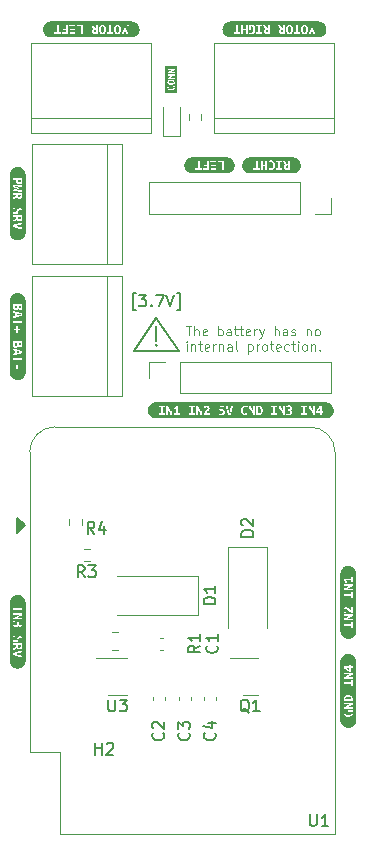
<source format=gbr>
%TF.GenerationSoftware,KiCad,Pcbnew,(6.0.6-0)*%
%TF.CreationDate,2023-03-25T13:57:32+01:00*%
%TF.ProjectId,bubblebutbot,62756262-6c65-4627-9574-626f742e6b69,rev?*%
%TF.SameCoordinates,Original*%
%TF.FileFunction,Legend,Top*%
%TF.FilePolarity,Positive*%
%FSLAX46Y46*%
G04 Gerber Fmt 4.6, Leading zero omitted, Abs format (unit mm)*
G04 Created by KiCad (PCBNEW (6.0.6-0)) date 2023-03-25 13:57:32*
%MOMM*%
%LPD*%
G01*
G04 APERTURE LIST*
%ADD10C,0.150000*%
%ADD11C,0.120000*%
G04 APERTURE END LIST*
D10*
X161988095Y-98785714D02*
X161750000Y-98785714D01*
X161750000Y-97357142D01*
X161988095Y-97357142D01*
X162273809Y-97452380D02*
X162892857Y-97452380D01*
X162559523Y-97833333D01*
X162702380Y-97833333D01*
X162797619Y-97880952D01*
X162845238Y-97928571D01*
X162892857Y-98023809D01*
X162892857Y-98261904D01*
X162845238Y-98357142D01*
X162797619Y-98404761D01*
X162702380Y-98452380D01*
X162416666Y-98452380D01*
X162321428Y-98404761D01*
X162273809Y-98357142D01*
X163321428Y-98357142D02*
X163369047Y-98404761D01*
X163321428Y-98452380D01*
X163273809Y-98404761D01*
X163321428Y-98357142D01*
X163321428Y-98452380D01*
X163702380Y-97452380D02*
X164369047Y-97452380D01*
X163940476Y-98452380D01*
X164607142Y-97452380D02*
X164940476Y-98452380D01*
X165273809Y-97452380D01*
X165511904Y-98785714D02*
X165750000Y-98785714D01*
X165750000Y-97357142D01*
X165511904Y-97357142D01*
D11*
X166254761Y-100117904D02*
X166711904Y-100117904D01*
X166483333Y-100917904D02*
X166483333Y-100117904D01*
X166978571Y-100917904D02*
X166978571Y-100117904D01*
X167321428Y-100917904D02*
X167321428Y-100498857D01*
X167283333Y-100422666D01*
X167207142Y-100384571D01*
X167092857Y-100384571D01*
X167016666Y-100422666D01*
X166978571Y-100460761D01*
X168007142Y-100879809D02*
X167930952Y-100917904D01*
X167778571Y-100917904D01*
X167702380Y-100879809D01*
X167664285Y-100803619D01*
X167664285Y-100498857D01*
X167702380Y-100422666D01*
X167778571Y-100384571D01*
X167930952Y-100384571D01*
X168007142Y-100422666D01*
X168045238Y-100498857D01*
X168045238Y-100575047D01*
X167664285Y-100651238D01*
X168997619Y-100917904D02*
X168997619Y-100117904D01*
X168997619Y-100422666D02*
X169073809Y-100384571D01*
X169226190Y-100384571D01*
X169302380Y-100422666D01*
X169340476Y-100460761D01*
X169378571Y-100536952D01*
X169378571Y-100765523D01*
X169340476Y-100841714D01*
X169302380Y-100879809D01*
X169226190Y-100917904D01*
X169073809Y-100917904D01*
X168997619Y-100879809D01*
X170064285Y-100917904D02*
X170064285Y-100498857D01*
X170026190Y-100422666D01*
X169950000Y-100384571D01*
X169797619Y-100384571D01*
X169721428Y-100422666D01*
X170064285Y-100879809D02*
X169988095Y-100917904D01*
X169797619Y-100917904D01*
X169721428Y-100879809D01*
X169683333Y-100803619D01*
X169683333Y-100727428D01*
X169721428Y-100651238D01*
X169797619Y-100613142D01*
X169988095Y-100613142D01*
X170064285Y-100575047D01*
X170330952Y-100384571D02*
X170635714Y-100384571D01*
X170445238Y-100117904D02*
X170445238Y-100803619D01*
X170483333Y-100879809D01*
X170559523Y-100917904D01*
X170635714Y-100917904D01*
X170788095Y-100384571D02*
X171092857Y-100384571D01*
X170902380Y-100117904D02*
X170902380Y-100803619D01*
X170940476Y-100879809D01*
X171016666Y-100917904D01*
X171092857Y-100917904D01*
X171664285Y-100879809D02*
X171588095Y-100917904D01*
X171435714Y-100917904D01*
X171359523Y-100879809D01*
X171321428Y-100803619D01*
X171321428Y-100498857D01*
X171359523Y-100422666D01*
X171435714Y-100384571D01*
X171588095Y-100384571D01*
X171664285Y-100422666D01*
X171702380Y-100498857D01*
X171702380Y-100575047D01*
X171321428Y-100651238D01*
X172045238Y-100917904D02*
X172045238Y-100384571D01*
X172045238Y-100536952D02*
X172083333Y-100460761D01*
X172121428Y-100422666D01*
X172197619Y-100384571D01*
X172273809Y-100384571D01*
X172464285Y-100384571D02*
X172654761Y-100917904D01*
X172845238Y-100384571D02*
X172654761Y-100917904D01*
X172578571Y-101108380D01*
X172540476Y-101146476D01*
X172464285Y-101184571D01*
X173759523Y-100917904D02*
X173759523Y-100117904D01*
X174102380Y-100917904D02*
X174102380Y-100498857D01*
X174064285Y-100422666D01*
X173988095Y-100384571D01*
X173873809Y-100384571D01*
X173797619Y-100422666D01*
X173759523Y-100460761D01*
X174826190Y-100917904D02*
X174826190Y-100498857D01*
X174788095Y-100422666D01*
X174711904Y-100384571D01*
X174559523Y-100384571D01*
X174483333Y-100422666D01*
X174826190Y-100879809D02*
X174750000Y-100917904D01*
X174559523Y-100917904D01*
X174483333Y-100879809D01*
X174445238Y-100803619D01*
X174445238Y-100727428D01*
X174483333Y-100651238D01*
X174559523Y-100613142D01*
X174750000Y-100613142D01*
X174826190Y-100575047D01*
X175169047Y-100879809D02*
X175245238Y-100917904D01*
X175397619Y-100917904D01*
X175473809Y-100879809D01*
X175511904Y-100803619D01*
X175511904Y-100765523D01*
X175473809Y-100689333D01*
X175397619Y-100651238D01*
X175283333Y-100651238D01*
X175207142Y-100613142D01*
X175169047Y-100536952D01*
X175169047Y-100498857D01*
X175207142Y-100422666D01*
X175283333Y-100384571D01*
X175397619Y-100384571D01*
X175473809Y-100422666D01*
X176464285Y-100384571D02*
X176464285Y-100917904D01*
X176464285Y-100460761D02*
X176502380Y-100422666D01*
X176578571Y-100384571D01*
X176692857Y-100384571D01*
X176769047Y-100422666D01*
X176807142Y-100498857D01*
X176807142Y-100917904D01*
X177302380Y-100917904D02*
X177226190Y-100879809D01*
X177188095Y-100841714D01*
X177150000Y-100765523D01*
X177150000Y-100536952D01*
X177188095Y-100460761D01*
X177226190Y-100422666D01*
X177302380Y-100384571D01*
X177416666Y-100384571D01*
X177492857Y-100422666D01*
X177530952Y-100460761D01*
X177569047Y-100536952D01*
X177569047Y-100765523D01*
X177530952Y-100841714D01*
X177492857Y-100879809D01*
X177416666Y-100917904D01*
X177302380Y-100917904D01*
X166311904Y-102205904D02*
X166311904Y-101672571D01*
X166311904Y-101405904D02*
X166273809Y-101444000D01*
X166311904Y-101482095D01*
X166350000Y-101444000D01*
X166311904Y-101405904D01*
X166311904Y-101482095D01*
X166692857Y-101672571D02*
X166692857Y-102205904D01*
X166692857Y-101748761D02*
X166730952Y-101710666D01*
X166807142Y-101672571D01*
X166921428Y-101672571D01*
X166997619Y-101710666D01*
X167035714Y-101786857D01*
X167035714Y-102205904D01*
X167302380Y-101672571D02*
X167607142Y-101672571D01*
X167416666Y-101405904D02*
X167416666Y-102091619D01*
X167454761Y-102167809D01*
X167530952Y-102205904D01*
X167607142Y-102205904D01*
X168178571Y-102167809D02*
X168102380Y-102205904D01*
X167950000Y-102205904D01*
X167873809Y-102167809D01*
X167835714Y-102091619D01*
X167835714Y-101786857D01*
X167873809Y-101710666D01*
X167950000Y-101672571D01*
X168102380Y-101672571D01*
X168178571Y-101710666D01*
X168216666Y-101786857D01*
X168216666Y-101863047D01*
X167835714Y-101939238D01*
X168559523Y-102205904D02*
X168559523Y-101672571D01*
X168559523Y-101824952D02*
X168597619Y-101748761D01*
X168635714Y-101710666D01*
X168711904Y-101672571D01*
X168788095Y-101672571D01*
X169054761Y-101672571D02*
X169054761Y-102205904D01*
X169054761Y-101748761D02*
X169092857Y-101710666D01*
X169169047Y-101672571D01*
X169283333Y-101672571D01*
X169359523Y-101710666D01*
X169397619Y-101786857D01*
X169397619Y-102205904D01*
X170121428Y-102205904D02*
X170121428Y-101786857D01*
X170083333Y-101710666D01*
X170007142Y-101672571D01*
X169854761Y-101672571D01*
X169778571Y-101710666D01*
X170121428Y-102167809D02*
X170045238Y-102205904D01*
X169854761Y-102205904D01*
X169778571Y-102167809D01*
X169740476Y-102091619D01*
X169740476Y-102015428D01*
X169778571Y-101939238D01*
X169854761Y-101901142D01*
X170045238Y-101901142D01*
X170121428Y-101863047D01*
X170616666Y-102205904D02*
X170540476Y-102167809D01*
X170502380Y-102091619D01*
X170502380Y-101405904D01*
X171530952Y-101672571D02*
X171530952Y-102472571D01*
X171530952Y-101710666D02*
X171607142Y-101672571D01*
X171759523Y-101672571D01*
X171835714Y-101710666D01*
X171873809Y-101748761D01*
X171911904Y-101824952D01*
X171911904Y-102053523D01*
X171873809Y-102129714D01*
X171835714Y-102167809D01*
X171759523Y-102205904D01*
X171607142Y-102205904D01*
X171530952Y-102167809D01*
X172254761Y-102205904D02*
X172254761Y-101672571D01*
X172254761Y-101824952D02*
X172292857Y-101748761D01*
X172330952Y-101710666D01*
X172407142Y-101672571D01*
X172483333Y-101672571D01*
X172864285Y-102205904D02*
X172788095Y-102167809D01*
X172750000Y-102129714D01*
X172711904Y-102053523D01*
X172711904Y-101824952D01*
X172750000Y-101748761D01*
X172788095Y-101710666D01*
X172864285Y-101672571D01*
X172978571Y-101672571D01*
X173054761Y-101710666D01*
X173092857Y-101748761D01*
X173130952Y-101824952D01*
X173130952Y-102053523D01*
X173092857Y-102129714D01*
X173054761Y-102167809D01*
X172978571Y-102205904D01*
X172864285Y-102205904D01*
X173359523Y-101672571D02*
X173664285Y-101672571D01*
X173473809Y-101405904D02*
X173473809Y-102091619D01*
X173511904Y-102167809D01*
X173588095Y-102205904D01*
X173664285Y-102205904D01*
X174235714Y-102167809D02*
X174159523Y-102205904D01*
X174007142Y-102205904D01*
X173930952Y-102167809D01*
X173892857Y-102091619D01*
X173892857Y-101786857D01*
X173930952Y-101710666D01*
X174007142Y-101672571D01*
X174159523Y-101672571D01*
X174235714Y-101710666D01*
X174273809Y-101786857D01*
X174273809Y-101863047D01*
X173892857Y-101939238D01*
X174959523Y-102167809D02*
X174883333Y-102205904D01*
X174730952Y-102205904D01*
X174654761Y-102167809D01*
X174616666Y-102129714D01*
X174578571Y-102053523D01*
X174578571Y-101824952D01*
X174616666Y-101748761D01*
X174654761Y-101710666D01*
X174730952Y-101672571D01*
X174883333Y-101672571D01*
X174959523Y-101710666D01*
X175188095Y-101672571D02*
X175492857Y-101672571D01*
X175302380Y-101405904D02*
X175302380Y-102091619D01*
X175340476Y-102167809D01*
X175416666Y-102205904D01*
X175492857Y-102205904D01*
X175759523Y-102205904D02*
X175759523Y-101672571D01*
X175759523Y-101405904D02*
X175721428Y-101444000D01*
X175759523Y-101482095D01*
X175797619Y-101444000D01*
X175759523Y-101405904D01*
X175759523Y-101482095D01*
X176254761Y-102205904D02*
X176178571Y-102167809D01*
X176140476Y-102129714D01*
X176102380Y-102053523D01*
X176102380Y-101824952D01*
X176140476Y-101748761D01*
X176178571Y-101710666D01*
X176254761Y-101672571D01*
X176369047Y-101672571D01*
X176445238Y-101710666D01*
X176483333Y-101748761D01*
X176521428Y-101824952D01*
X176521428Y-102053523D01*
X176483333Y-102129714D01*
X176445238Y-102167809D01*
X176369047Y-102205904D01*
X176254761Y-102205904D01*
X176864285Y-101672571D02*
X176864285Y-102205904D01*
X176864285Y-101748761D02*
X176902380Y-101710666D01*
X176978571Y-101672571D01*
X177092857Y-101672571D01*
X177169047Y-101710666D01*
X177207142Y-101786857D01*
X177207142Y-102205904D01*
X177588095Y-102129714D02*
X177626190Y-102167809D01*
X177588095Y-102205904D01*
X177550000Y-102167809D01*
X177588095Y-102129714D01*
X177588095Y-102205904D01*
D10*
X163820711Y-101750000D02*
G75*
G03*
X163820711Y-101750000I-70711J0D01*
G01*
X163750000Y-100150000D02*
X163750000Y-101350000D01*
X161900000Y-102200000D02*
X163750000Y-99400000D01*
X165650000Y-102200000D02*
X161900000Y-102200000D01*
X163750000Y-99400000D02*
X165650000Y-102200000D01*
%TO.C,R4*%
X158500833Y-117702380D02*
X158167500Y-117226190D01*
X157929404Y-117702380D02*
X157929404Y-116702380D01*
X158310357Y-116702380D01*
X158405595Y-116750000D01*
X158453214Y-116797619D01*
X158500833Y-116892857D01*
X158500833Y-117035714D01*
X158453214Y-117130952D01*
X158405595Y-117178571D01*
X158310357Y-117226190D01*
X157929404Y-117226190D01*
X159357976Y-117035714D02*
X159357976Y-117702380D01*
X159119880Y-116654761D02*
X158881785Y-117369047D01*
X159500833Y-117369047D01*
%TO.C,R3*%
X157670833Y-121382380D02*
X157337500Y-120906190D01*
X157099404Y-121382380D02*
X157099404Y-120382380D01*
X157480357Y-120382380D01*
X157575595Y-120430000D01*
X157623214Y-120477619D01*
X157670833Y-120572857D01*
X157670833Y-120715714D01*
X157623214Y-120810952D01*
X157575595Y-120858571D01*
X157480357Y-120906190D01*
X157099404Y-120906190D01*
X158004166Y-120382380D02*
X158623214Y-120382380D01*
X158289880Y-120763333D01*
X158432738Y-120763333D01*
X158527976Y-120810952D01*
X158575595Y-120858571D01*
X158623214Y-120953809D01*
X158623214Y-121191904D01*
X158575595Y-121287142D01*
X158527976Y-121334761D01*
X158432738Y-121382380D01*
X158147023Y-121382380D01*
X158051785Y-121334761D01*
X158004166Y-121287142D01*
%TO.C,H2*%
X158538095Y-136402380D02*
X158538095Y-135402380D01*
X158538095Y-135878571D02*
X159109523Y-135878571D01*
X159109523Y-136402380D02*
X159109523Y-135402380D01*
X159538095Y-135497619D02*
X159585714Y-135450000D01*
X159680952Y-135402380D01*
X159919047Y-135402380D01*
X160014285Y-135450000D01*
X160061904Y-135497619D01*
X160109523Y-135592857D01*
X160109523Y-135688095D01*
X160061904Y-135830952D01*
X159490476Y-136402380D01*
X160109523Y-136402380D01*
%TO.C,R1*%
X167452380Y-127166666D02*
X166976190Y-127500000D01*
X167452380Y-127738095D02*
X166452380Y-127738095D01*
X166452380Y-127357142D01*
X166500000Y-127261904D01*
X166547619Y-127214285D01*
X166642857Y-127166666D01*
X166785714Y-127166666D01*
X166880952Y-127214285D01*
X166928571Y-127261904D01*
X166976190Y-127357142D01*
X166976190Y-127738095D01*
X167452380Y-126214285D02*
X167452380Y-126785714D01*
X167452380Y-126500000D02*
X166452380Y-126500000D01*
X166595238Y-126595238D01*
X166690476Y-126690476D01*
X166738095Y-126785714D01*
%TO.C,U3*%
X159688095Y-131752380D02*
X159688095Y-132561904D01*
X159735714Y-132657142D01*
X159783333Y-132704761D01*
X159878571Y-132752380D01*
X160069047Y-132752380D01*
X160164285Y-132704761D01*
X160211904Y-132657142D01*
X160259523Y-132561904D01*
X160259523Y-131752380D01*
X160640476Y-131752380D02*
X161259523Y-131752380D01*
X160926190Y-132133333D01*
X161069047Y-132133333D01*
X161164285Y-132180952D01*
X161211904Y-132228571D01*
X161259523Y-132323809D01*
X161259523Y-132561904D01*
X161211904Y-132657142D01*
X161164285Y-132704761D01*
X161069047Y-132752380D01*
X160783333Y-132752380D01*
X160688095Y-132704761D01*
X160640476Y-132657142D01*
%TO.C,D1*%
X168752380Y-123638095D02*
X167752380Y-123638095D01*
X167752380Y-123400000D01*
X167800000Y-123257142D01*
X167895238Y-123161904D01*
X167990476Y-123114285D01*
X168180952Y-123066666D01*
X168323809Y-123066666D01*
X168514285Y-123114285D01*
X168609523Y-123161904D01*
X168704761Y-123257142D01*
X168752380Y-123400000D01*
X168752380Y-123638095D01*
X168752380Y-122114285D02*
X168752380Y-122685714D01*
X168752380Y-122400000D02*
X167752380Y-122400000D01*
X167895238Y-122495238D01*
X167990476Y-122590476D01*
X168038095Y-122685714D01*
%TO.C,Q1*%
X171604761Y-132847619D02*
X171509523Y-132800000D01*
X171414285Y-132704761D01*
X171271428Y-132561904D01*
X171176190Y-132514285D01*
X171080952Y-132514285D01*
X171128571Y-132752380D02*
X171033333Y-132704761D01*
X170938095Y-132609523D01*
X170890476Y-132419047D01*
X170890476Y-132085714D01*
X170938095Y-131895238D01*
X171033333Y-131800000D01*
X171128571Y-131752380D01*
X171319047Y-131752380D01*
X171414285Y-131800000D01*
X171509523Y-131895238D01*
X171557142Y-132085714D01*
X171557142Y-132419047D01*
X171509523Y-132609523D01*
X171414285Y-132704761D01*
X171319047Y-132752380D01*
X171128571Y-132752380D01*
X172509523Y-132752380D02*
X171938095Y-132752380D01*
X172223809Y-132752380D02*
X172223809Y-131752380D01*
X172128571Y-131895238D01*
X172033333Y-131990476D01*
X171938095Y-132038095D01*
%TO.C,C1*%
X168857142Y-127166666D02*
X168904761Y-127214285D01*
X168952380Y-127357142D01*
X168952380Y-127452380D01*
X168904761Y-127595238D01*
X168809523Y-127690476D01*
X168714285Y-127738095D01*
X168523809Y-127785714D01*
X168380952Y-127785714D01*
X168190476Y-127738095D01*
X168095238Y-127690476D01*
X168000000Y-127595238D01*
X167952380Y-127452380D01*
X167952380Y-127357142D01*
X168000000Y-127214285D01*
X168047619Y-127166666D01*
X168952380Y-126214285D02*
X168952380Y-126785714D01*
X168952380Y-126500000D02*
X167952380Y-126500000D01*
X168095238Y-126595238D01*
X168190476Y-126690476D01*
X168238095Y-126785714D01*
%TO.C,U1*%
X176738095Y-141452380D02*
X176738095Y-142261904D01*
X176785714Y-142357142D01*
X176833333Y-142404761D01*
X176928571Y-142452380D01*
X177119047Y-142452380D01*
X177214285Y-142404761D01*
X177261904Y-142357142D01*
X177309523Y-142261904D01*
X177309523Y-141452380D01*
X178309523Y-142452380D02*
X177738095Y-142452380D01*
X178023809Y-142452380D02*
X178023809Y-141452380D01*
X177928571Y-141595238D01*
X177833333Y-141690476D01*
X177738095Y-141738095D01*
%TO.C,C4*%
X168682142Y-134566666D02*
X168729761Y-134614285D01*
X168777380Y-134757142D01*
X168777380Y-134852380D01*
X168729761Y-134995238D01*
X168634523Y-135090476D01*
X168539285Y-135138095D01*
X168348809Y-135185714D01*
X168205952Y-135185714D01*
X168015476Y-135138095D01*
X167920238Y-135090476D01*
X167825000Y-134995238D01*
X167777380Y-134852380D01*
X167777380Y-134757142D01*
X167825000Y-134614285D01*
X167872619Y-134566666D01*
X168110714Y-133709523D02*
X168777380Y-133709523D01*
X167729761Y-133947619D02*
X168444047Y-134185714D01*
X168444047Y-133566666D01*
%TO.C,D2*%
X171952380Y-117938095D02*
X170952380Y-117938095D01*
X170952380Y-117700000D01*
X171000000Y-117557142D01*
X171095238Y-117461904D01*
X171190476Y-117414285D01*
X171380952Y-117366666D01*
X171523809Y-117366666D01*
X171714285Y-117414285D01*
X171809523Y-117461904D01*
X171904761Y-117557142D01*
X171952380Y-117700000D01*
X171952380Y-117938095D01*
X171047619Y-116985714D02*
X171000000Y-116938095D01*
X170952380Y-116842857D01*
X170952380Y-116604761D01*
X171000000Y-116509523D01*
X171047619Y-116461904D01*
X171142857Y-116414285D01*
X171238095Y-116414285D01*
X171380952Y-116461904D01*
X171952380Y-117033333D01*
X171952380Y-116414285D01*
%TO.C,C3*%
X166497142Y-134566666D02*
X166544761Y-134614285D01*
X166592380Y-134757142D01*
X166592380Y-134852380D01*
X166544761Y-134995238D01*
X166449523Y-135090476D01*
X166354285Y-135138095D01*
X166163809Y-135185714D01*
X166020952Y-135185714D01*
X165830476Y-135138095D01*
X165735238Y-135090476D01*
X165640000Y-134995238D01*
X165592380Y-134852380D01*
X165592380Y-134757142D01*
X165640000Y-134614285D01*
X165687619Y-134566666D01*
X165592380Y-134233333D02*
X165592380Y-133614285D01*
X165973333Y-133947619D01*
X165973333Y-133804761D01*
X166020952Y-133709523D01*
X166068571Y-133661904D01*
X166163809Y-133614285D01*
X166401904Y-133614285D01*
X166497142Y-133661904D01*
X166544761Y-133709523D01*
X166592380Y-133804761D01*
X166592380Y-134090476D01*
X166544761Y-134185714D01*
X166497142Y-134233333D01*
%TO.C,C2*%
X164312142Y-134566666D02*
X164359761Y-134614285D01*
X164407380Y-134757142D01*
X164407380Y-134852380D01*
X164359761Y-134995238D01*
X164264523Y-135090476D01*
X164169285Y-135138095D01*
X163978809Y-135185714D01*
X163835952Y-135185714D01*
X163645476Y-135138095D01*
X163550238Y-135090476D01*
X163455000Y-134995238D01*
X163407380Y-134852380D01*
X163407380Y-134757142D01*
X163455000Y-134614285D01*
X163502619Y-134566666D01*
X163502619Y-134185714D02*
X163455000Y-134138095D01*
X163407380Y-134042857D01*
X163407380Y-133804761D01*
X163455000Y-133709523D01*
X163502619Y-133661904D01*
X163597857Y-133614285D01*
X163693095Y-133614285D01*
X163835952Y-133661904D01*
X164407380Y-134233333D01*
X164407380Y-133614285D01*
%TO.C,kibuzzard-641EE74D*%
G36*
X164493905Y-80366171D02*
G01*
X164493905Y-79900081D01*
X164692342Y-79900081D01*
X164697462Y-79955922D01*
X164712821Y-80007238D01*
X164738062Y-80052958D01*
X164772829Y-80092010D01*
X164816763Y-80123800D01*
X164869507Y-80147731D01*
X164930706Y-80162733D01*
X165000000Y-80167734D01*
X165069592Y-80163626D01*
X165130731Y-80151303D01*
X165183416Y-80130765D01*
X165227647Y-80102011D01*
X165272097Y-80051635D01*
X165298767Y-79988135D01*
X165307658Y-79911511D01*
X165304443Y-79859481D01*
X165294799Y-79813880D01*
X165266700Y-79746729D01*
X165174307Y-79776256D01*
X165195262Y-79824358D01*
X165205740Y-79900081D01*
X165192286Y-79968066D01*
X165151924Y-80013905D01*
X165110807Y-80033220D01*
X165059214Y-80044808D01*
X164997142Y-80048671D01*
X164943802Y-80045457D01*
X164899987Y-80035813D01*
X164837599Y-80002475D01*
X164804261Y-79955803D01*
X164794260Y-79901986D01*
X164804261Y-79831025D01*
X164828550Y-79778161D01*
X164735205Y-79747681D01*
X164723775Y-79767208D01*
X164709487Y-79799116D01*
X164697581Y-79843408D01*
X164692342Y-79900081D01*
X164493905Y-79900081D01*
X164493905Y-79479076D01*
X164692342Y-79479076D01*
X164700968Y-79540883D01*
X164726844Y-79592953D01*
X164769971Y-79635286D01*
X164813459Y-79659873D01*
X164866293Y-79677434D01*
X164928473Y-79687971D01*
X165000000Y-79691484D01*
X165071527Y-79688061D01*
X165133707Y-79677792D01*
X165186541Y-79660676D01*
X165230029Y-79636715D01*
X165273156Y-79594752D01*
X165299032Y-79541888D01*
X165307658Y-79478124D01*
X165299032Y-79415894D01*
X165273156Y-79363824D01*
X165230029Y-79321914D01*
X165186541Y-79297744D01*
X165133707Y-79280480D01*
X165071527Y-79270122D01*
X165000000Y-79266669D01*
X164928473Y-79270062D01*
X164866293Y-79280242D01*
X164813459Y-79297208D01*
X164769971Y-79320961D01*
X164726844Y-79362660D01*
X164700968Y-79415365D01*
X164692342Y-79479076D01*
X164493905Y-79479076D01*
X164493905Y-79197136D01*
X164705677Y-79197136D01*
X165295275Y-79197136D01*
X165295275Y-79091409D01*
X164903797Y-79091409D01*
X164969150Y-79056008D01*
X165034396Y-79022194D01*
X165099536Y-78989968D01*
X165164677Y-78959329D01*
X165229923Y-78930278D01*
X165295275Y-78902814D01*
X165295275Y-78808516D01*
X164705677Y-78808516D01*
X164705677Y-78914244D01*
X165068580Y-78914244D01*
X165031432Y-78931032D01*
X164988570Y-78950915D01*
X164942136Y-78973299D01*
X164894272Y-78997588D01*
X164845576Y-79023186D01*
X164796641Y-79049499D01*
X164749373Y-79076169D01*
X164705677Y-79102839D01*
X164705677Y-79197136D01*
X164493905Y-79197136D01*
X164493905Y-78720886D01*
X164705677Y-78720886D01*
X165295275Y-78720886D01*
X165295275Y-78615159D01*
X164903797Y-78615159D01*
X164969150Y-78579757D01*
X165034396Y-78545944D01*
X165099536Y-78513718D01*
X165164677Y-78483079D01*
X165229923Y-78454028D01*
X165295275Y-78426564D01*
X165295275Y-78332266D01*
X164705677Y-78332266D01*
X164705677Y-78437994D01*
X165068580Y-78437994D01*
X165031432Y-78454782D01*
X164988570Y-78474665D01*
X164942136Y-78497049D01*
X164894272Y-78521338D01*
X164845576Y-78546936D01*
X164796641Y-78573249D01*
X164749373Y-78599919D01*
X164705677Y-78626589D01*
X164705677Y-78720886D01*
X164493905Y-78720886D01*
X164493905Y-78133829D01*
X165506095Y-78133829D01*
X165506095Y-80366171D01*
X164493905Y-80366171D01*
G37*
G36*
X165041434Y-79386565D02*
G01*
X165080010Y-79389065D01*
X165145256Y-79402400D01*
X165189547Y-79430975D01*
X165205740Y-79479076D01*
X165189547Y-79527654D01*
X165145732Y-79555753D01*
X165080486Y-79569088D01*
X165041553Y-79571588D01*
X165000000Y-79572421D01*
X164958566Y-79571588D01*
X164919990Y-79569088D01*
X164854744Y-79555753D01*
X164810452Y-79527654D01*
X164794260Y-79479076D01*
X164810452Y-79430499D01*
X164854267Y-79402400D01*
X164919514Y-79389065D01*
X164958447Y-79386565D01*
X165000000Y-79385731D01*
X165041434Y-79386565D01*
G37*
%TO.C,kibuzzard-641EE6C6*%
G36*
X177542745Y-74328456D02*
G01*
X177608249Y-74338173D01*
X177672485Y-74354263D01*
X177734836Y-74376572D01*
X177794699Y-74404885D01*
X177851498Y-74438930D01*
X177904688Y-74478378D01*
X177953754Y-74522849D01*
X177998226Y-74571916D01*
X178037673Y-74625105D01*
X178071718Y-74681905D01*
X178100031Y-74741768D01*
X178122340Y-74804118D01*
X178138431Y-74868354D01*
X178148147Y-74933859D01*
X178151397Y-75000000D01*
X178148147Y-75066141D01*
X178138431Y-75131646D01*
X178122340Y-75195882D01*
X178100031Y-75258232D01*
X178071718Y-75318095D01*
X178037673Y-75374895D01*
X177998226Y-75428084D01*
X177953754Y-75477151D01*
X177904688Y-75521622D01*
X177851498Y-75561070D01*
X177794699Y-75595115D01*
X177734836Y-75623428D01*
X177672485Y-75645737D01*
X177608249Y-75661827D01*
X177542745Y-75671544D01*
X177476603Y-75674793D01*
X170023397Y-75674793D01*
X169957255Y-75671544D01*
X169891751Y-75661827D01*
X169827515Y-75645737D01*
X169765164Y-75623428D01*
X169705301Y-75595115D01*
X169648502Y-75561070D01*
X169595312Y-75521622D01*
X169546246Y-75477151D01*
X169501774Y-75428084D01*
X169475332Y-75392430D01*
X170287980Y-75392430D01*
X170859480Y-75392430D01*
X170948380Y-75392430D01*
X171104590Y-75392430D01*
X171104590Y-75082550D01*
X171312870Y-75082550D01*
X171312870Y-75392430D01*
X171469080Y-75392430D01*
X171469080Y-75353060D01*
X171571950Y-75353060D01*
X171597985Y-75368300D01*
X171641800Y-75387350D01*
X171704665Y-75403225D01*
X171786580Y-75410210D01*
X171855478Y-75403701D01*
X171892682Y-75392430D01*
X172228540Y-75392430D01*
X172727650Y-75392430D01*
X172727650Y-75262890D01*
X172556200Y-75262890D01*
X172556200Y-74735840D01*
X172727650Y-74735840D01*
X172727650Y-74606300D01*
X172810200Y-74606300D01*
X172846395Y-74689485D01*
X172890210Y-74777115D01*
X172937200Y-74860935D01*
X172982920Y-74933960D01*
X172927358Y-74969837D01*
X172890210Y-75019050D01*
X172869255Y-75078105D01*
X172862270Y-75143510D01*
X172867509Y-75205264D01*
X172883225Y-75258445D01*
X172943550Y-75339090D01*
X172986730Y-75366713D01*
X173037530Y-75386080D01*
X173095315Y-75397510D01*
X173159450Y-75401320D01*
X173203900Y-75400050D01*
X173257240Y-75396875D01*
X173312485Y-75390525D01*
X173362650Y-75381000D01*
X173362650Y-74606300D01*
X174080200Y-74606300D01*
X174116395Y-74689485D01*
X174160210Y-74777115D01*
X174207200Y-74860935D01*
X174252920Y-74933960D01*
X174197358Y-74969837D01*
X174160210Y-75019050D01*
X174139255Y-75078105D01*
X174132270Y-75143510D01*
X174137509Y-75205264D01*
X174153225Y-75258445D01*
X174213550Y-75339090D01*
X174256730Y-75366713D01*
X174307530Y-75386080D01*
X174365315Y-75397510D01*
X174429450Y-75401320D01*
X174473900Y-75400050D01*
X174527240Y-75396875D01*
X174582485Y-75390525D01*
X174632650Y-75381000D01*
X174632650Y-75000000D01*
X174735520Y-75000000D01*
X174740044Y-75095369D01*
X174753618Y-75178276D01*
X174776239Y-75248722D01*
X174807910Y-75306705D01*
X174863508Y-75364208D01*
X174933781Y-75398709D01*
X175018730Y-75410210D01*
X175101139Y-75398709D01*
X175113774Y-75392430D01*
X175367980Y-75392430D01*
X175939480Y-75392430D01*
X175939480Y-75262890D01*
X175732470Y-75262890D01*
X175732470Y-75000000D01*
X176005520Y-75000000D01*
X176010044Y-75095369D01*
X176023618Y-75178276D01*
X176046239Y-75248722D01*
X176077910Y-75306705D01*
X176133508Y-75364208D01*
X176203781Y-75398709D01*
X176288730Y-75410210D01*
X176371139Y-75398709D01*
X176440566Y-75364208D01*
X176497010Y-75306705D01*
X176529792Y-75248722D01*
X176553208Y-75178276D01*
X176567257Y-75095369D01*
X176571940Y-75000000D01*
X176567376Y-74904631D01*
X176553684Y-74821724D01*
X176530863Y-74751278D01*
X176498915Y-74693295D01*
X176442964Y-74635792D01*
X176382712Y-74606300D01*
X176635440Y-74606300D01*
X176638298Y-74706789D01*
X176641790Y-74805055D01*
X176646076Y-74901893D01*
X176651315Y-74998095D01*
X176657665Y-75094456D01*
X176665285Y-75191770D01*
X176673699Y-75290830D01*
X176682430Y-75392430D01*
X176811970Y-75392430D01*
X176834830Y-75325120D01*
X176862770Y-75238125D01*
X176894520Y-75141605D01*
X176926270Y-75044450D01*
X176955480Y-75135890D01*
X176985960Y-75233680D01*
X177014535Y-75323850D01*
X177036760Y-75392430D01*
X177166300Y-75392430D01*
X177174714Y-75306388D01*
X177182175Y-75213360D01*
X177188684Y-75115253D01*
X177194240Y-75013970D01*
X177199161Y-74910782D01*
X177203765Y-74806960D01*
X177208051Y-74704725D01*
X177212020Y-74606300D01*
X177068510Y-74606300D01*
X177074860Y-75217170D01*
X176982150Y-74884430D01*
X176867850Y-74884430D01*
X176771330Y-75217170D01*
X176778950Y-74606300D01*
X176635440Y-74606300D01*
X176382712Y-74606300D01*
X176372479Y-74601291D01*
X176287460Y-74589790D01*
X176204487Y-74601291D01*
X176135060Y-74635792D01*
X176079180Y-74693295D01*
X176046954Y-74751278D01*
X176023935Y-74821724D01*
X176010124Y-74904631D01*
X176005520Y-75000000D01*
X175732470Y-75000000D01*
X175732470Y-74606300D01*
X175574990Y-74606300D01*
X175574990Y-75262890D01*
X175367980Y-75262890D01*
X175367980Y-75392430D01*
X175113774Y-75392430D01*
X175170566Y-75364208D01*
X175227010Y-75306705D01*
X175259792Y-75248722D01*
X175283208Y-75178276D01*
X175297257Y-75095369D01*
X175301940Y-75000000D01*
X175297376Y-74904631D01*
X175283684Y-74821724D01*
X175260863Y-74751278D01*
X175228915Y-74693295D01*
X175172964Y-74635792D01*
X175102479Y-74601291D01*
X175017460Y-74589790D01*
X174934487Y-74601291D01*
X174865060Y-74635792D01*
X174809180Y-74693295D01*
X174776954Y-74751278D01*
X174753935Y-74821724D01*
X174740124Y-74904631D01*
X174735520Y-75000000D01*
X174632650Y-75000000D01*
X174632650Y-74606300D01*
X174476440Y-74606300D01*
X174476440Y-74895860D01*
X174395160Y-74895860D01*
X174352139Y-74823946D01*
X174311975Y-74752985D01*
X174275621Y-74681071D01*
X174244030Y-74606300D01*
X174080200Y-74606300D01*
X173362650Y-74606300D01*
X173206440Y-74606300D01*
X173206440Y-74895860D01*
X173125160Y-74895860D01*
X173082139Y-74823946D01*
X173041975Y-74752985D01*
X173005621Y-74681071D01*
X172974030Y-74606300D01*
X172810200Y-74606300D01*
X172727650Y-74606300D01*
X172228540Y-74606300D01*
X172228540Y-74735840D01*
X172398720Y-74735840D01*
X172398720Y-75262890D01*
X172228540Y-75262890D01*
X172228540Y-75392430D01*
X171892682Y-75392430D01*
X171919930Y-75384175D01*
X171978033Y-75351631D01*
X172027880Y-75306070D01*
X172068838Y-75247809D01*
X172100270Y-75177165D01*
X172120273Y-75094456D01*
X172126940Y-75000000D01*
X172121225Y-74904591D01*
X172104080Y-74821565D01*
X172076458Y-74751080D01*
X172039310Y-74693295D01*
X171993114Y-74648210D01*
X171938345Y-74615825D01*
X171875639Y-74596299D01*
X171805630Y-74589790D01*
X171728001Y-74592965D01*
X171662755Y-74602490D01*
X171575760Y-74625350D01*
X171575760Y-75017780D01*
X171731970Y-75017780D01*
X171731970Y-74730760D01*
X171762450Y-74726950D01*
X171792930Y-74725680D01*
X171868813Y-74742349D01*
X171923740Y-74792355D01*
X171948434Y-74845060D01*
X171963251Y-74914275D01*
X171968190Y-75000000D01*
X171965491Y-75058261D01*
X171957395Y-75111125D01*
X171921835Y-75197485D01*
X171858970Y-75254000D01*
X171764990Y-75274320D01*
X171681170Y-75260350D01*
X171612590Y-75228600D01*
X171571950Y-75353060D01*
X171469080Y-75353060D01*
X171469080Y-74606300D01*
X171312870Y-74606300D01*
X171312870Y-74953010D01*
X171104590Y-74953010D01*
X171104590Y-74606300D01*
X170948380Y-74606300D01*
X170948380Y-75392430D01*
X170859480Y-75392430D01*
X170859480Y-75262890D01*
X170652470Y-75262890D01*
X170652470Y-74606300D01*
X170494990Y-74606300D01*
X170494990Y-75262890D01*
X170287980Y-75262890D01*
X170287980Y-75392430D01*
X169475332Y-75392430D01*
X169462327Y-75374895D01*
X169428282Y-75318095D01*
X169399969Y-75258232D01*
X169377660Y-75195882D01*
X169361569Y-75131646D01*
X169351853Y-75066141D01*
X169348603Y-75000000D01*
X169351853Y-74933859D01*
X169361569Y-74868354D01*
X169377660Y-74804118D01*
X169399969Y-74741768D01*
X169428282Y-74681905D01*
X169462327Y-74625105D01*
X169501774Y-74571916D01*
X169546246Y-74522849D01*
X169595312Y-74478378D01*
X169648502Y-74438930D01*
X169705301Y-74404885D01*
X169765164Y-74376572D01*
X169827515Y-74354263D01*
X169891751Y-74338173D01*
X169957255Y-74328456D01*
X170023397Y-74325207D01*
X177476603Y-74325207D01*
X177542745Y-74328456D01*
G37*
G36*
X176353500Y-74747270D02*
G01*
X176390965Y-74805690D01*
X176408745Y-74892685D01*
X176412079Y-74944596D01*
X176413190Y-75000000D01*
X176412079Y-75055245D01*
X176408745Y-75106680D01*
X176390965Y-75193675D01*
X176353500Y-75252730D01*
X176288730Y-75274320D01*
X176223960Y-75252730D01*
X176186495Y-75194310D01*
X176168715Y-75107315D01*
X176165381Y-75055404D01*
X176164270Y-75000000D01*
X176165381Y-74944755D01*
X176168715Y-74893320D01*
X176186495Y-74806325D01*
X176224595Y-74747270D01*
X176288730Y-74725680D01*
X176353500Y-74747270D01*
G37*
G36*
X175083500Y-74747270D02*
G01*
X175120965Y-74805690D01*
X175138745Y-74892685D01*
X175142079Y-74944596D01*
X175143190Y-75000000D01*
X175142079Y-75055245D01*
X175138745Y-75106680D01*
X175120965Y-75193675D01*
X175083500Y-75252730D01*
X175018730Y-75274320D01*
X174953960Y-75252730D01*
X174916495Y-75194310D01*
X174898715Y-75107315D01*
X174895381Y-75055404D01*
X174894270Y-75000000D01*
X174895381Y-74944755D01*
X174898715Y-74893320D01*
X174916495Y-74806325D01*
X174954595Y-74747270D01*
X175018730Y-74725680D01*
X175083500Y-74747270D01*
G37*
G36*
X174476440Y-75261620D02*
G01*
X174451040Y-75264795D01*
X174429450Y-75265430D01*
X174373253Y-75258128D01*
X174329120Y-75236220D01*
X174300545Y-75198755D01*
X174291020Y-75144780D01*
X174326580Y-75056515D01*
X174373253Y-75033179D01*
X174442150Y-75025400D01*
X174476440Y-75025400D01*
X174476440Y-75261620D01*
G37*
G36*
X173206440Y-75261620D02*
G01*
X173181040Y-75264795D01*
X173159450Y-75265430D01*
X173103253Y-75258128D01*
X173059120Y-75236220D01*
X173030545Y-75198755D01*
X173021020Y-75144780D01*
X173056580Y-75056515D01*
X173103253Y-75033179D01*
X173172150Y-75025400D01*
X173206440Y-75025400D01*
X173206440Y-75261620D01*
G37*
%TO.C,kibuzzard-641EE6B8*%
G36*
X161725245Y-74328456D02*
G01*
X161790749Y-74338173D01*
X161854985Y-74354263D01*
X161917336Y-74376572D01*
X161977199Y-74404885D01*
X162033998Y-74438930D01*
X162087188Y-74478378D01*
X162136254Y-74522849D01*
X162180726Y-74571916D01*
X162220173Y-74625105D01*
X162254218Y-74681905D01*
X162282531Y-74741768D01*
X162304840Y-74804118D01*
X162320931Y-74868354D01*
X162330647Y-74933859D01*
X162333897Y-75000000D01*
X162330647Y-75066141D01*
X162320931Y-75131646D01*
X162304840Y-75195882D01*
X162282531Y-75258232D01*
X162254218Y-75318095D01*
X162220173Y-75374895D01*
X162180726Y-75428084D01*
X162136254Y-75477151D01*
X162087188Y-75521622D01*
X162033998Y-75561070D01*
X161977199Y-75595115D01*
X161917336Y-75623428D01*
X161854985Y-75645737D01*
X161790749Y-75661827D01*
X161725245Y-75671544D01*
X161659103Y-75674793D01*
X154840897Y-75674793D01*
X154774755Y-75671544D01*
X154709251Y-75661827D01*
X154645014Y-75645737D01*
X154582664Y-75623428D01*
X154522801Y-75595115D01*
X154466002Y-75561070D01*
X154412812Y-75521622D01*
X154363746Y-75477151D01*
X154319274Y-75428084D01*
X154292832Y-75392430D01*
X155105480Y-75392430D01*
X155676980Y-75392430D01*
X155782390Y-75392430D01*
X156263720Y-75392430D01*
X156263720Y-74735840D01*
X156394530Y-74735840D01*
X156742510Y-74735840D01*
X156742510Y-74956820D01*
X156464380Y-74956820D01*
X156464380Y-75086360D01*
X156742510Y-75086360D01*
X156742510Y-75262890D01*
X156422470Y-75262890D01*
X156422470Y-75392430D01*
X156898720Y-75392430D01*
X156898720Y-74735840D01*
X157029530Y-74735840D01*
X157366080Y-74735840D01*
X157366080Y-75392430D01*
X157523560Y-75392430D01*
X157523560Y-74606300D01*
X158262700Y-74606300D01*
X158298895Y-74689485D01*
X158342710Y-74777115D01*
X158389700Y-74860935D01*
X158435420Y-74933960D01*
X158379857Y-74969837D01*
X158342710Y-75019050D01*
X158321755Y-75078105D01*
X158314770Y-75143510D01*
X158320009Y-75205264D01*
X158335725Y-75258445D01*
X158396050Y-75339090D01*
X158439230Y-75366713D01*
X158490030Y-75386080D01*
X158547815Y-75397510D01*
X158611950Y-75401320D01*
X158656400Y-75400050D01*
X158709740Y-75396875D01*
X158764985Y-75390525D01*
X158815150Y-75381000D01*
X158815150Y-75000000D01*
X158918020Y-75000000D01*
X158922544Y-75095369D01*
X158936117Y-75178276D01*
X158958739Y-75248722D01*
X158990410Y-75306705D01*
X159046008Y-75364208D01*
X159116281Y-75398709D01*
X159201230Y-75410210D01*
X159283639Y-75398709D01*
X159296274Y-75392430D01*
X159550480Y-75392430D01*
X160121980Y-75392430D01*
X160121980Y-75262890D01*
X159914970Y-75262890D01*
X159914970Y-75000000D01*
X160188020Y-75000000D01*
X160192544Y-75095369D01*
X160206117Y-75178276D01*
X160228739Y-75248722D01*
X160260410Y-75306705D01*
X160316008Y-75364208D01*
X160386281Y-75398709D01*
X160471230Y-75410210D01*
X160553639Y-75398709D01*
X160623066Y-75364208D01*
X160679510Y-75306705D01*
X160712292Y-75248722D01*
X160735707Y-75178276D01*
X160749757Y-75095369D01*
X160754440Y-75000000D01*
X160749876Y-74904631D01*
X160736184Y-74821724D01*
X160713363Y-74751278D01*
X160681415Y-74693295D01*
X160625464Y-74635792D01*
X160565212Y-74606300D01*
X160817940Y-74606300D01*
X160820797Y-74706789D01*
X160824290Y-74805055D01*
X160828576Y-74901893D01*
X160833815Y-74998095D01*
X160840165Y-75094456D01*
X160847785Y-75191770D01*
X160856199Y-75290830D01*
X160864930Y-75392430D01*
X160994470Y-75392430D01*
X161017330Y-75325120D01*
X161045270Y-75238125D01*
X161077020Y-75141605D01*
X161108770Y-75044450D01*
X161137980Y-75135890D01*
X161168460Y-75233680D01*
X161197035Y-75323850D01*
X161219260Y-75392430D01*
X161348800Y-75392430D01*
X161357214Y-75306388D01*
X161364675Y-75213360D01*
X161371184Y-75115253D01*
X161376740Y-75013970D01*
X161381661Y-74910782D01*
X161386265Y-74806960D01*
X161390551Y-74704725D01*
X161394520Y-74606300D01*
X161251010Y-74606300D01*
X161257360Y-75217170D01*
X161164650Y-74884430D01*
X161050350Y-74884430D01*
X160953830Y-75217170D01*
X160961450Y-74606300D01*
X160817940Y-74606300D01*
X160565212Y-74606300D01*
X160554979Y-74601291D01*
X160469960Y-74589790D01*
X160386987Y-74601291D01*
X160317560Y-74635792D01*
X160261680Y-74693295D01*
X160229454Y-74751278D01*
X160206435Y-74821724D01*
X160192624Y-74904631D01*
X160188020Y-75000000D01*
X159914970Y-75000000D01*
X159914970Y-74606300D01*
X159757490Y-74606300D01*
X159757490Y-75262890D01*
X159550480Y-75262890D01*
X159550480Y-75392430D01*
X159296274Y-75392430D01*
X159353066Y-75364208D01*
X159409510Y-75306705D01*
X159442292Y-75248722D01*
X159465707Y-75178276D01*
X159479757Y-75095369D01*
X159484440Y-75000000D01*
X159479876Y-74904631D01*
X159466184Y-74821724D01*
X159443363Y-74751278D01*
X159411415Y-74693295D01*
X159355464Y-74635792D01*
X159284979Y-74601291D01*
X159199960Y-74589790D01*
X159116987Y-74601291D01*
X159047560Y-74635792D01*
X158991680Y-74693295D01*
X158959454Y-74751278D01*
X158936435Y-74821724D01*
X158922624Y-74904631D01*
X158918020Y-75000000D01*
X158815150Y-75000000D01*
X158815150Y-74606300D01*
X158658940Y-74606300D01*
X158658940Y-74895860D01*
X158577660Y-74895860D01*
X158534639Y-74823946D01*
X158494475Y-74752985D01*
X158458121Y-74681071D01*
X158426530Y-74606300D01*
X158262700Y-74606300D01*
X157523560Y-74606300D01*
X157029530Y-74606300D01*
X157029530Y-74735840D01*
X156898720Y-74735840D01*
X156898720Y-74606300D01*
X156394530Y-74606300D01*
X156394530Y-74735840D01*
X156263720Y-74735840D01*
X156263720Y-74606300D01*
X156107510Y-74606300D01*
X156107510Y-74942850D01*
X155823030Y-74942850D01*
X155823030Y-75072390D01*
X156107510Y-75072390D01*
X156107510Y-75262890D01*
X155782390Y-75262890D01*
X155782390Y-75392430D01*
X155676980Y-75392430D01*
X155676980Y-75262890D01*
X155469970Y-75262890D01*
X155469970Y-74606300D01*
X155312490Y-74606300D01*
X155312490Y-75262890D01*
X155105480Y-75262890D01*
X155105480Y-75392430D01*
X154292832Y-75392430D01*
X154279827Y-75374895D01*
X154245782Y-75318095D01*
X154217469Y-75258232D01*
X154195160Y-75195882D01*
X154179069Y-75131646D01*
X154169353Y-75066141D01*
X154166103Y-75000000D01*
X154169353Y-74933859D01*
X154179069Y-74868354D01*
X154195160Y-74804118D01*
X154217469Y-74741768D01*
X154245782Y-74681905D01*
X154279827Y-74625105D01*
X154319274Y-74571916D01*
X154363746Y-74522849D01*
X154412812Y-74478378D01*
X154466002Y-74438930D01*
X154522801Y-74404885D01*
X154582664Y-74376572D01*
X154645014Y-74354263D01*
X154709251Y-74338173D01*
X154774755Y-74328456D01*
X154840897Y-74325207D01*
X161659103Y-74325207D01*
X161725245Y-74328456D01*
G37*
G36*
X160536000Y-74747270D02*
G01*
X160573465Y-74805690D01*
X160591245Y-74892685D01*
X160594579Y-74944596D01*
X160595690Y-75000000D01*
X160594579Y-75055245D01*
X160591245Y-75106680D01*
X160573465Y-75193675D01*
X160536000Y-75252730D01*
X160471230Y-75274320D01*
X160406460Y-75252730D01*
X160368995Y-75194310D01*
X160351215Y-75107315D01*
X160347881Y-75055404D01*
X160346770Y-75000000D01*
X160347881Y-74944755D01*
X160351215Y-74893320D01*
X160368995Y-74806325D01*
X160407095Y-74747270D01*
X160471230Y-74725680D01*
X160536000Y-74747270D01*
G37*
G36*
X159266000Y-74747270D02*
G01*
X159303465Y-74805690D01*
X159321245Y-74892685D01*
X159324579Y-74944596D01*
X159325690Y-75000000D01*
X159324579Y-75055245D01*
X159321245Y-75106680D01*
X159303465Y-75193675D01*
X159266000Y-75252730D01*
X159201230Y-75274320D01*
X159136460Y-75252730D01*
X159098995Y-75194310D01*
X159081215Y-75107315D01*
X159077881Y-75055404D01*
X159076770Y-75000000D01*
X159077881Y-74944755D01*
X159081215Y-74893320D01*
X159098995Y-74806325D01*
X159137095Y-74747270D01*
X159201230Y-74725680D01*
X159266000Y-74747270D01*
G37*
G36*
X158658940Y-75261620D02*
G01*
X158633540Y-75264795D01*
X158611950Y-75265430D01*
X158555752Y-75258128D01*
X158511620Y-75236220D01*
X158483045Y-75198755D01*
X158473520Y-75144780D01*
X158509080Y-75056515D01*
X158555752Y-75033179D01*
X158624650Y-75025400D01*
X158658940Y-75025400D01*
X158658940Y-75261620D01*
G37*
%TO.C,kibuzzard-641EE609*%
G36*
X169788084Y-85845518D02*
G01*
X169851924Y-85854988D01*
X169914529Y-85870670D01*
X169975294Y-85892412D01*
X170033637Y-85920006D01*
X170088993Y-85953185D01*
X170140831Y-85991631D01*
X170188651Y-86034972D01*
X170231992Y-86082792D01*
X170270438Y-86134630D01*
X170303617Y-86189987D01*
X170331211Y-86248329D01*
X170352954Y-86309095D01*
X170368635Y-86371699D01*
X170378105Y-86435539D01*
X170381272Y-86500000D01*
X170378105Y-86564461D01*
X170368635Y-86628301D01*
X170352954Y-86690905D01*
X170331211Y-86751671D01*
X170303617Y-86810013D01*
X170270438Y-86865370D01*
X170231992Y-86917208D01*
X170188651Y-86965028D01*
X170140831Y-87008369D01*
X170088993Y-87046815D01*
X170033637Y-87079994D01*
X169975294Y-87107588D01*
X169914529Y-87129330D01*
X169851924Y-87145012D01*
X169788084Y-87154482D01*
X169723623Y-87157648D01*
X166776377Y-87157648D01*
X166711916Y-87154482D01*
X166648076Y-87145012D01*
X166585471Y-87129330D01*
X166524706Y-87107588D01*
X166466363Y-87079994D01*
X166411007Y-87046815D01*
X166359169Y-87008369D01*
X166311349Y-86965028D01*
X166268008Y-86917208D01*
X166250102Y-86893065D01*
X167040960Y-86893065D01*
X167612460Y-86893065D01*
X167717870Y-86893065D01*
X168199200Y-86893065D01*
X168199200Y-86236475D01*
X168330010Y-86236475D01*
X168677990Y-86236475D01*
X168677990Y-86457455D01*
X168399860Y-86457455D01*
X168399860Y-86586995D01*
X168677990Y-86586995D01*
X168677990Y-86763525D01*
X168357950Y-86763525D01*
X168357950Y-86893065D01*
X168834200Y-86893065D01*
X168834200Y-86236475D01*
X168965010Y-86236475D01*
X169301560Y-86236475D01*
X169301560Y-86893065D01*
X169459040Y-86893065D01*
X169459040Y-86106935D01*
X168965010Y-86106935D01*
X168965010Y-86236475D01*
X168834200Y-86236475D01*
X168834200Y-86106935D01*
X168330010Y-86106935D01*
X168330010Y-86236475D01*
X168199200Y-86236475D01*
X168199200Y-86106935D01*
X168042990Y-86106935D01*
X168042990Y-86443485D01*
X167758510Y-86443485D01*
X167758510Y-86573025D01*
X168042990Y-86573025D01*
X168042990Y-86763525D01*
X167717870Y-86763525D01*
X167717870Y-86893065D01*
X167612460Y-86893065D01*
X167612460Y-86763525D01*
X167405450Y-86763525D01*
X167405450Y-86106935D01*
X167247970Y-86106935D01*
X167247970Y-86763525D01*
X167040960Y-86763525D01*
X167040960Y-86893065D01*
X166250102Y-86893065D01*
X166229562Y-86865370D01*
X166196383Y-86810013D01*
X166168789Y-86751671D01*
X166147046Y-86690905D01*
X166131365Y-86628301D01*
X166121895Y-86564461D01*
X166118728Y-86500000D01*
X166121895Y-86435539D01*
X166131365Y-86371699D01*
X166147046Y-86309095D01*
X166168789Y-86248329D01*
X166196383Y-86189987D01*
X166229562Y-86134630D01*
X166268008Y-86082792D01*
X166311349Y-86034972D01*
X166359169Y-85991631D01*
X166411007Y-85953185D01*
X166466363Y-85920006D01*
X166524706Y-85892412D01*
X166585471Y-85870670D01*
X166648076Y-85854988D01*
X166711916Y-85845518D01*
X166776377Y-85842352D01*
X169723623Y-85842352D01*
X169788084Y-85845518D01*
G37*
%TO.C,kibuzzard-641EE5F8*%
G36*
X175368060Y-85828456D02*
G01*
X175433564Y-85838173D01*
X175497800Y-85854263D01*
X175560151Y-85876572D01*
X175620014Y-85904885D01*
X175676813Y-85938930D01*
X175730003Y-85978378D01*
X175779069Y-86022849D01*
X175823541Y-86071916D01*
X175862988Y-86125105D01*
X175897033Y-86181905D01*
X175925346Y-86241768D01*
X175947655Y-86304118D01*
X175963746Y-86368354D01*
X175973462Y-86433859D01*
X175976712Y-86500000D01*
X175973462Y-86566141D01*
X175963746Y-86631646D01*
X175947655Y-86695882D01*
X175925346Y-86758232D01*
X175897033Y-86818095D01*
X175862988Y-86874895D01*
X175823541Y-86928084D01*
X175779069Y-86977151D01*
X175730003Y-87021622D01*
X175676813Y-87061070D01*
X175620014Y-87095115D01*
X175560151Y-87123428D01*
X175497800Y-87145737D01*
X175433564Y-87161827D01*
X175368060Y-87171544D01*
X175301918Y-87174793D01*
X171698082Y-87174793D01*
X171631940Y-87171544D01*
X171566436Y-87161827D01*
X171502200Y-87145737D01*
X171439849Y-87123428D01*
X171379986Y-87095115D01*
X171323187Y-87061070D01*
X171269997Y-87021622D01*
X171220931Y-86977151D01*
X171176459Y-86928084D01*
X171150017Y-86892430D01*
X171962665Y-86892430D01*
X172534165Y-86892430D01*
X172623065Y-86892430D01*
X172779275Y-86892430D01*
X172779275Y-86582550D01*
X172987555Y-86582550D01*
X172987555Y-86892430D01*
X173143765Y-86892430D01*
X173143765Y-86853060D01*
X173246635Y-86853060D01*
X173272670Y-86868300D01*
X173316485Y-86887350D01*
X173379350Y-86903225D01*
X173461265Y-86910210D01*
X173530162Y-86903701D01*
X173567366Y-86892430D01*
X173903225Y-86892430D01*
X174402335Y-86892430D01*
X174402335Y-86762890D01*
X174230885Y-86762890D01*
X174230885Y-86235840D01*
X174402335Y-86235840D01*
X174402335Y-86106300D01*
X174484885Y-86106300D01*
X174521080Y-86189485D01*
X174564895Y-86277115D01*
X174611885Y-86360935D01*
X174657605Y-86433960D01*
X174602043Y-86469837D01*
X174564895Y-86519050D01*
X174543940Y-86578105D01*
X174536955Y-86643510D01*
X174542194Y-86705264D01*
X174557910Y-86758445D01*
X174618235Y-86839090D01*
X174661415Y-86866713D01*
X174712215Y-86886080D01*
X174770000Y-86897510D01*
X174834135Y-86901320D01*
X174878585Y-86900050D01*
X174931925Y-86896875D01*
X174987170Y-86890525D01*
X175037335Y-86881000D01*
X175037335Y-86106300D01*
X174881125Y-86106300D01*
X174881125Y-86395860D01*
X174799845Y-86395860D01*
X174756824Y-86323946D01*
X174716660Y-86252985D01*
X174680306Y-86181071D01*
X174648715Y-86106300D01*
X174484885Y-86106300D01*
X174402335Y-86106300D01*
X173903225Y-86106300D01*
X173903225Y-86235840D01*
X174073405Y-86235840D01*
X174073405Y-86762890D01*
X173903225Y-86762890D01*
X173903225Y-86892430D01*
X173567366Y-86892430D01*
X173594615Y-86884175D01*
X173652717Y-86851631D01*
X173702565Y-86806070D01*
X173743522Y-86747809D01*
X173774955Y-86677165D01*
X173794957Y-86594456D01*
X173801625Y-86500000D01*
X173795910Y-86404591D01*
X173778765Y-86321565D01*
X173751142Y-86251080D01*
X173713995Y-86193295D01*
X173667799Y-86148210D01*
X173613030Y-86115825D01*
X173550324Y-86096299D01*
X173480315Y-86089790D01*
X173402686Y-86092965D01*
X173337440Y-86102490D01*
X173250445Y-86125350D01*
X173250445Y-86517780D01*
X173406655Y-86517780D01*
X173406655Y-86230760D01*
X173437135Y-86226950D01*
X173467615Y-86225680D01*
X173543497Y-86242349D01*
X173598425Y-86292355D01*
X173623119Y-86345060D01*
X173637936Y-86414275D01*
X173642875Y-86500000D01*
X173640176Y-86558261D01*
X173632080Y-86611125D01*
X173596520Y-86697485D01*
X173533655Y-86754000D01*
X173439675Y-86774320D01*
X173355855Y-86760350D01*
X173287275Y-86728600D01*
X173246635Y-86853060D01*
X173143765Y-86853060D01*
X173143765Y-86106300D01*
X172987555Y-86106300D01*
X172987555Y-86453010D01*
X172779275Y-86453010D01*
X172779275Y-86106300D01*
X172623065Y-86106300D01*
X172623065Y-86892430D01*
X172534165Y-86892430D01*
X172534165Y-86762890D01*
X172327155Y-86762890D01*
X172327155Y-86106300D01*
X172169675Y-86106300D01*
X172169675Y-86762890D01*
X171962665Y-86762890D01*
X171962665Y-86892430D01*
X171150017Y-86892430D01*
X171137012Y-86874895D01*
X171102967Y-86818095D01*
X171074654Y-86758232D01*
X171052345Y-86695882D01*
X171036254Y-86631646D01*
X171026538Y-86566141D01*
X171023288Y-86500000D01*
X171026538Y-86433859D01*
X171036254Y-86368354D01*
X171052345Y-86304118D01*
X171074654Y-86241768D01*
X171102967Y-86181905D01*
X171137012Y-86125105D01*
X171176459Y-86071916D01*
X171220931Y-86022849D01*
X171269997Y-85978378D01*
X171323187Y-85938930D01*
X171379986Y-85904885D01*
X171439849Y-85876572D01*
X171502200Y-85854263D01*
X171566436Y-85838173D01*
X171631940Y-85828456D01*
X171698082Y-85825207D01*
X175301918Y-85825207D01*
X175368060Y-85828456D01*
G37*
G36*
X174881125Y-86761620D02*
G01*
X174855725Y-86764795D01*
X174834135Y-86765430D01*
X174777938Y-86758128D01*
X174733805Y-86736220D01*
X174705230Y-86698755D01*
X174695705Y-86644780D01*
X174731265Y-86556515D01*
X174777938Y-86533179D01*
X174846835Y-86525400D01*
X174881125Y-86525400D01*
X174881125Y-86761620D01*
G37*
%TO.C,kibuzzard-641EE568*%
G36*
X163634440Y-107921544D02*
G01*
X163568936Y-107911827D01*
X163504700Y-107895737D01*
X163442350Y-107873428D01*
X163382486Y-107845115D01*
X163325687Y-107811070D01*
X163272497Y-107771622D01*
X163223431Y-107727151D01*
X163178959Y-107678084D01*
X163153459Y-107643700D01*
X163965165Y-107643700D01*
X164464275Y-107643700D01*
X164590005Y-107643700D01*
X164730975Y-107643700D01*
X164730975Y-107121730D01*
X164778177Y-107208866D01*
X164823262Y-107295861D01*
X164866230Y-107382715D01*
X164907082Y-107469569D01*
X164945817Y-107556564D01*
X164982435Y-107643700D01*
X165108165Y-107643700D01*
X165108165Y-107021400D01*
X165227545Y-107021400D01*
X165278345Y-107150940D01*
X165355815Y-107119825D01*
X165437095Y-107074740D01*
X165437095Y-107514160D01*
X165271995Y-107514160D01*
X165271995Y-107643700D01*
X165749515Y-107643700D01*
X166505165Y-107643700D01*
X167004275Y-107643700D01*
X167130005Y-107643700D01*
X167270975Y-107643700D01*
X167270975Y-107121730D01*
X167318177Y-107208866D01*
X167363262Y-107295861D01*
X167406230Y-107382715D01*
X167447082Y-107469569D01*
X167485817Y-107556564D01*
X167522435Y-107643700D01*
X167648165Y-107643700D01*
X167648165Y-106943930D01*
X167761195Y-106943930D01*
X167838665Y-107053150D01*
X167918675Y-106993460D01*
X167996145Y-106975680D01*
X168069805Y-107001715D01*
X168099015Y-107076010D01*
X168075520Y-107143320D01*
X168015830Y-107211900D01*
X167978365Y-107248254D01*
X167938360Y-107286195D01*
X167898355Y-107326517D01*
X167860890Y-107370015D01*
X167827870Y-107417164D01*
X167801200Y-107468440D01*
X167783579Y-107524320D01*
X167777705Y-107585280D01*
X167777070Y-107611950D01*
X167780245Y-107643700D01*
X168293325Y-107643700D01*
X168293325Y-107619570D01*
X169021035Y-107619570D01*
X169057230Y-107633540D01*
X169109935Y-107646875D01*
X169170895Y-107656400D01*
X169233125Y-107660210D01*
X169305833Y-107655447D01*
X169369015Y-107641160D01*
X169422673Y-107618300D01*
X169466805Y-107587820D01*
X169525225Y-107507175D01*
X169544275Y-107406210D01*
X169535667Y-107332550D01*
X169509844Y-107270743D01*
X169466805Y-107220790D01*
X169406268Y-107182972D01*
X169327952Y-107157572D01*
X169231855Y-107144590D01*
X169238205Y-107072200D01*
X169244555Y-106987110D01*
X169515065Y-106987110D01*
X169515065Y-106857570D01*
X169628095Y-106857570D01*
X169642700Y-106928690D01*
X169663655Y-107017590D01*
X169680447Y-107084124D01*
X169698651Y-107153339D01*
X169718265Y-107225235D01*
X169739008Y-107298542D01*
X169760598Y-107371991D01*
X169783035Y-107445580D01*
X169816373Y-107550355D01*
X169847805Y-107643700D01*
X170009095Y-107643700D01*
X170033366Y-107576037D01*
X170057073Y-107506822D01*
X170080215Y-107436055D01*
X170102440Y-107364935D01*
X170123395Y-107294662D01*
X170136058Y-107250000D01*
X170915875Y-107250000D01*
X170921590Y-107345409D01*
X170938735Y-107428435D01*
X170966358Y-107498920D01*
X171003505Y-107556705D01*
X171049701Y-107601790D01*
X171104470Y-107634175D01*
X171167176Y-107653701D01*
X171237185Y-107660210D01*
X171314814Y-107657035D01*
X171380060Y-107647510D01*
X171394559Y-107643700D01*
X171575005Y-107643700D01*
X171715975Y-107643700D01*
X171715975Y-107121730D01*
X171763177Y-107208866D01*
X171808262Y-107295861D01*
X171851230Y-107382715D01*
X171892082Y-107469569D01*
X171930817Y-107556564D01*
X171967435Y-107643700D01*
X172093165Y-107643700D01*
X172093165Y-107634810D01*
X172220165Y-107634810D01*
X172305890Y-107649415D01*
X172387805Y-107653860D01*
X172464481Y-107648304D01*
X172483818Y-107643700D01*
X173490165Y-107643700D01*
X173989275Y-107643700D01*
X174115005Y-107643700D01*
X174255975Y-107643700D01*
X174255975Y-107121730D01*
X174303177Y-107208866D01*
X174348262Y-107295861D01*
X174391230Y-107382715D01*
X174432082Y-107469569D01*
X174470817Y-107556564D01*
X174507435Y-107643700D01*
X174633165Y-107643700D01*
X174633165Y-107617030D01*
X174743655Y-107617030D01*
X174783025Y-107631000D01*
X174838270Y-107644970D01*
X174900500Y-107655765D01*
X174962095Y-107660210D01*
X175035438Y-107655606D01*
X175089358Y-107643700D01*
X176030165Y-107643700D01*
X176529275Y-107643700D01*
X176655005Y-107643700D01*
X176795975Y-107643700D01*
X176795975Y-107121730D01*
X176843177Y-107208866D01*
X176888262Y-107295861D01*
X176931230Y-107382715D01*
X176972082Y-107469569D01*
X177010817Y-107556564D01*
X177047435Y-107643700D01*
X177173165Y-107643700D01*
X177173165Y-107458280D01*
X177265875Y-107458280D01*
X177593535Y-107458280D01*
X177593535Y-107643700D01*
X177749745Y-107643700D01*
X177749745Y-107458280D01*
X177834835Y-107458280D01*
X177834835Y-107330010D01*
X177749745Y-107330010D01*
X177749745Y-106857570D01*
X177610045Y-106857570D01*
X177559245Y-106911704D01*
X177508445Y-106972505D01*
X177458915Y-107037116D01*
X177411925Y-107102680D01*
X177368110Y-107167926D01*
X177328105Y-107231585D01*
X177293498Y-107291116D01*
X177265875Y-107343980D01*
X177265875Y-107458280D01*
X177173165Y-107458280D01*
X177173165Y-106857570D01*
X177032195Y-106857570D01*
X177032195Y-107341440D01*
X177009811Y-107291910D01*
X176983300Y-107234760D01*
X176953455Y-107172847D01*
X176921070Y-107109030D01*
X176886939Y-107044101D01*
X176851855Y-106978855D01*
X176816295Y-106915831D01*
X176780735Y-106857570D01*
X176655005Y-106857570D01*
X176655005Y-107643700D01*
X176529275Y-107643700D01*
X176529275Y-107514160D01*
X176359095Y-107514160D01*
X176359095Y-106987110D01*
X176529275Y-106987110D01*
X176529275Y-106857570D01*
X176030165Y-106857570D01*
X176030165Y-106987110D01*
X176201615Y-106987110D01*
X176201615Y-107514160D01*
X176030165Y-107514160D01*
X176030165Y-107643700D01*
X175089358Y-107643700D01*
X175097985Y-107641795D01*
X175150055Y-107619570D01*
X175191965Y-107589725D01*
X175246575Y-107510350D01*
X175264355Y-107410020D01*
X175255941Y-107346202D01*
X175230700Y-107291910D01*
X175190219Y-107248412D01*
X175136085Y-107216980D01*
X175207205Y-107150940D01*
X175233875Y-107060770D01*
X175218635Y-106973140D01*
X175171645Y-106902655D01*
X175091000Y-106856300D01*
X175037819Y-106843917D01*
X174976065Y-106839790D01*
X174908596Y-106845664D01*
X174848430Y-106863285D01*
X174757625Y-106909640D01*
X174813505Y-107023940D01*
X174889070Y-106987745D01*
X174977335Y-106973140D01*
X175049090Y-106997905D01*
X175075125Y-107065850D01*
X175063060Y-107114110D01*
X175031945Y-107144590D01*
X174988765Y-107161100D01*
X174940505Y-107166180D01*
X174882085Y-107166180D01*
X174882085Y-107295720D01*
X174930345Y-107295720D01*
X174999878Y-107301911D01*
X175056075Y-107320485D01*
X175093223Y-107354616D01*
X175105605Y-107407480D01*
X175073220Y-107492570D01*
X175028929Y-107518288D01*
X174960825Y-107526860D01*
X174900659Y-107523367D01*
X174849700Y-107512890D01*
X174774135Y-107486220D01*
X174743655Y-107617030D01*
X174633165Y-107617030D01*
X174633165Y-106857570D01*
X174492195Y-106857570D01*
X174492195Y-107341440D01*
X174469811Y-107291910D01*
X174443300Y-107234760D01*
X174413455Y-107172847D01*
X174381070Y-107109030D01*
X174346939Y-107044101D01*
X174311855Y-106978855D01*
X174276295Y-106915831D01*
X174240735Y-106857570D01*
X174115005Y-106857570D01*
X174115005Y-107643700D01*
X173989275Y-107643700D01*
X173989275Y-107514160D01*
X173819095Y-107514160D01*
X173819095Y-106987110D01*
X173989275Y-106987110D01*
X173989275Y-106857570D01*
X173490165Y-106857570D01*
X173490165Y-106987110D01*
X173661615Y-106987110D01*
X173661615Y-107514160D01*
X173490165Y-107514160D01*
X173490165Y-107643700D01*
X172483818Y-107643700D01*
X172534490Y-107631635D01*
X172596561Y-107602901D01*
X172649425Y-107561150D01*
X172692446Y-107505746D01*
X172724990Y-107436055D01*
X172745469Y-107351124D01*
X172752295Y-107250000D01*
X172746104Y-107151099D01*
X172727530Y-107067755D01*
X172697844Y-106998857D01*
X172658315Y-106943295D01*
X172608944Y-106900909D01*
X172549730Y-106871540D01*
X172482261Y-106854395D01*
X172408125Y-106848680D01*
X172320495Y-106852490D01*
X172220165Y-106867730D01*
X172220165Y-107634810D01*
X172093165Y-107634810D01*
X172093165Y-106857570D01*
X171952195Y-106857570D01*
X171952195Y-107341440D01*
X171929811Y-107291910D01*
X171903300Y-107234760D01*
X171873455Y-107172847D01*
X171841070Y-107109030D01*
X171806939Y-107044101D01*
X171771855Y-106978855D01*
X171736295Y-106915831D01*
X171700735Y-106857570D01*
X171575005Y-106857570D01*
X171575005Y-107643700D01*
X171394559Y-107643700D01*
X171467055Y-107624650D01*
X171467055Y-107232220D01*
X171310845Y-107232220D01*
X171310845Y-107519240D01*
X171280365Y-107523050D01*
X171249885Y-107524320D01*
X171174003Y-107507651D01*
X171119075Y-107457645D01*
X171094381Y-107404940D01*
X171079564Y-107335725D01*
X171074625Y-107250000D01*
X171077324Y-107191739D01*
X171085420Y-107138875D01*
X171120980Y-107052515D01*
X171183845Y-106996000D01*
X171277825Y-106975680D01*
X171361645Y-106989650D01*
X171430225Y-107021400D01*
X171470865Y-106896940D01*
X171444830Y-106881700D01*
X171401015Y-106862650D01*
X171338150Y-106846775D01*
X171256235Y-106839790D01*
X171187338Y-106846299D01*
X171122885Y-106865825D01*
X171064783Y-106898369D01*
X171014935Y-106943930D01*
X170973978Y-107002191D01*
X170942545Y-107072835D01*
X170922543Y-107155544D01*
X170915875Y-107250000D01*
X170136058Y-107250000D01*
X170143080Y-107225235D01*
X170170068Y-107124111D01*
X170193880Y-107027750D01*
X170214359Y-106938215D01*
X170231345Y-106857570D01*
X170067515Y-106857570D01*
X170056085Y-106923610D01*
X170042115Y-106999810D01*
X170026240Y-107082201D01*
X170009095Y-107166815D01*
X169990680Y-107251905D01*
X169970995Y-107335725D01*
X169950675Y-107414306D01*
X169930355Y-107483680D01*
X169909876Y-107413354D01*
X169889080Y-107334455D01*
X169868760Y-107250635D01*
X169849710Y-107165545D01*
X169832089Y-107081090D01*
X169816055Y-106999175D01*
X169802720Y-106923451D01*
X169793195Y-106857570D01*
X169628095Y-106857570D01*
X169515065Y-106857570D01*
X169113745Y-106857570D01*
X169108983Y-106954566D01*
X169102315Y-107055055D01*
X169093425Y-107158401D01*
X169081995Y-107263970D01*
X169169308Y-107266669D01*
X169238205Y-107274765D01*
X169330280Y-107305245D01*
X169373460Y-107352235D01*
X169384255Y-107412560D01*
X169377905Y-107454470D01*
X169354410Y-107490665D01*
X169307420Y-107516700D01*
X169231855Y-107526860D01*
X169172483Y-107524002D01*
X169123905Y-107515430D01*
X169052785Y-107490030D01*
X169021035Y-107619570D01*
X168293325Y-107619570D01*
X168293325Y-107514160D01*
X167955505Y-107514160D01*
X167968840Y-107472250D01*
X168001225Y-107427165D01*
X168041865Y-107383985D01*
X168079965Y-107347790D01*
X168144735Y-107284290D01*
X168201885Y-107215710D01*
X168242525Y-107142685D01*
X168257765Y-107064580D01*
X168237445Y-106966155D01*
X168182835Y-106895670D01*
X168104095Y-106853760D01*
X168011385Y-106839790D01*
X167945186Y-106846140D01*
X167878670Y-106865190D01*
X167815964Y-106897575D01*
X167761195Y-106943930D01*
X167648165Y-106943930D01*
X167648165Y-106857570D01*
X167507195Y-106857570D01*
X167507195Y-107341440D01*
X167484811Y-107291910D01*
X167458300Y-107234760D01*
X167428455Y-107172847D01*
X167396070Y-107109030D01*
X167361939Y-107044101D01*
X167326855Y-106978855D01*
X167291295Y-106915831D01*
X167255735Y-106857570D01*
X167130005Y-106857570D01*
X167130005Y-107643700D01*
X167004275Y-107643700D01*
X167004275Y-107514160D01*
X166834095Y-107514160D01*
X166834095Y-106987110D01*
X167004275Y-106987110D01*
X167004275Y-106857570D01*
X166505165Y-106857570D01*
X166505165Y-106987110D01*
X166676615Y-106987110D01*
X166676615Y-107514160D01*
X166505165Y-107514160D01*
X166505165Y-107643700D01*
X165749515Y-107643700D01*
X165749515Y-107514160D01*
X165593305Y-107514160D01*
X165593305Y-106857570D01*
X165486625Y-106857570D01*
X165432015Y-106907100D01*
X165364705Y-106952820D01*
X165293585Y-106992190D01*
X165227545Y-107021400D01*
X165108165Y-107021400D01*
X165108165Y-106857570D01*
X164967195Y-106857570D01*
X164967195Y-107341440D01*
X164944811Y-107291910D01*
X164918300Y-107234760D01*
X164888455Y-107172847D01*
X164856070Y-107109030D01*
X164821939Y-107044101D01*
X164786855Y-106978855D01*
X164751295Y-106915831D01*
X164715735Y-106857570D01*
X164590005Y-106857570D01*
X164590005Y-107643700D01*
X164464275Y-107643700D01*
X164464275Y-107514160D01*
X164294095Y-107514160D01*
X164294095Y-106987110D01*
X164464275Y-106987110D01*
X164464275Y-106857570D01*
X163965165Y-106857570D01*
X163965165Y-106987110D01*
X164136615Y-106987110D01*
X164136615Y-107514160D01*
X163965165Y-107514160D01*
X163965165Y-107643700D01*
X163153459Y-107643700D01*
X163139512Y-107624895D01*
X163105467Y-107568095D01*
X163077154Y-107508232D01*
X163054845Y-107445882D01*
X163038754Y-107381646D01*
X163029038Y-107316141D01*
X163025788Y-107250000D01*
X163029038Y-107183859D01*
X163038754Y-107118354D01*
X163054845Y-107054118D01*
X163077154Y-106991768D01*
X163105467Y-106931905D01*
X163139512Y-106875105D01*
X163178959Y-106821916D01*
X163223431Y-106772849D01*
X163272497Y-106728378D01*
X163325687Y-106688930D01*
X163382486Y-106654885D01*
X163442350Y-106626572D01*
X163504700Y-106604263D01*
X163568936Y-106588173D01*
X163634440Y-106578456D01*
X163700582Y-106575207D01*
X178099418Y-106575207D01*
X178165560Y-106578456D01*
X178231064Y-106588173D01*
X178295301Y-106604263D01*
X178357651Y-106626572D01*
X178417514Y-106654885D01*
X178474313Y-106688930D01*
X178527503Y-106728378D01*
X178576569Y-106772849D01*
X178621041Y-106821916D01*
X178660488Y-106875105D01*
X178694533Y-106931905D01*
X178722846Y-106991768D01*
X178745155Y-107054118D01*
X178761246Y-107118354D01*
X178770962Y-107183859D01*
X178774212Y-107250000D01*
X178770962Y-107316141D01*
X178761246Y-107381646D01*
X178745155Y-107445882D01*
X178722846Y-107508232D01*
X178694533Y-107568095D01*
X178660488Y-107624895D01*
X178621041Y-107678084D01*
X178576569Y-107727151D01*
X178527503Y-107771622D01*
X178474313Y-107811070D01*
X178417514Y-107845115D01*
X178357651Y-107873428D01*
X178295301Y-107895737D01*
X178231064Y-107911827D01*
X178165560Y-107921544D01*
X178099418Y-107924793D01*
X163700582Y-107924793D01*
X163634440Y-107921544D01*
G37*
G36*
X172507185Y-107006795D02*
G01*
X172559255Y-107065850D01*
X172585925Y-107150940D01*
X172593545Y-107250000D01*
X172591164Y-107306039D01*
X172584020Y-107357315D01*
X172552270Y-107441770D01*
X172493850Y-107497650D01*
X172404315Y-107517970D01*
X172390345Y-107517970D01*
X172376375Y-107516700D01*
X172376375Y-106988380D01*
X172399235Y-106985205D01*
X172422095Y-106984570D01*
X172507185Y-107006795D01*
G37*
G36*
X177593535Y-107330010D02*
G01*
X177415735Y-107330010D01*
X177453835Y-107257620D01*
X177498920Y-107184595D01*
X177546545Y-107115380D01*
X177593535Y-107053150D01*
X177593535Y-107330010D01*
G37*
%TO.C,kibuzzard-641EE536*%
G36*
X151328456Y-87238685D02*
G01*
X151338173Y-87173181D01*
X151354263Y-87108945D01*
X151376572Y-87046594D01*
X151404885Y-86986731D01*
X151438930Y-86929932D01*
X151478378Y-86876742D01*
X151522849Y-86827676D01*
X151571916Y-86783204D01*
X151625105Y-86743757D01*
X151681905Y-86709712D01*
X151741768Y-86681399D01*
X151804118Y-86659090D01*
X151868354Y-86642999D01*
X151933859Y-86633283D01*
X152000000Y-86630033D01*
X152066141Y-86633283D01*
X152131646Y-86642999D01*
X152195882Y-86659090D01*
X152258232Y-86681399D01*
X152318095Y-86709712D01*
X152374895Y-86743757D01*
X152428084Y-86783204D01*
X152477151Y-86827676D01*
X152521622Y-86876742D01*
X152561070Y-86929932D01*
X152595115Y-86986731D01*
X152623428Y-87046594D01*
X152645737Y-87108945D01*
X152661827Y-87173181D01*
X152671544Y-87238685D01*
X152674793Y-87304827D01*
X152674793Y-92195173D01*
X152671544Y-92261315D01*
X152661827Y-92326819D01*
X152645737Y-92391055D01*
X152623428Y-92453406D01*
X152595115Y-92513269D01*
X152561070Y-92570068D01*
X152521622Y-92623258D01*
X152477151Y-92672324D01*
X152428084Y-92716796D01*
X152374895Y-92756243D01*
X152318095Y-92790288D01*
X152258232Y-92818601D01*
X152195882Y-92840910D01*
X152131646Y-92857001D01*
X152066141Y-92866717D01*
X152000000Y-92869967D01*
X151933859Y-92866717D01*
X151868354Y-92857001D01*
X151804118Y-92840910D01*
X151741768Y-92818601D01*
X151681905Y-92790288D01*
X151625105Y-92756243D01*
X151571916Y-92716796D01*
X151522849Y-92672324D01*
X151478378Y-92623258D01*
X151438930Y-92570068D01*
X151404885Y-92513269D01*
X151376572Y-92453406D01*
X151354263Y-92391055D01*
X151338173Y-92326819D01*
X151328456Y-92261315D01*
X151325207Y-92195173D01*
X151325207Y-91708340D01*
X151606300Y-91708340D01*
X151673963Y-91732611D01*
X151743178Y-91756318D01*
X151813945Y-91779460D01*
X151885065Y-91801685D01*
X151955338Y-91822640D01*
X152024765Y-91842325D01*
X152125889Y-91869313D01*
X152222250Y-91893125D01*
X152311785Y-91913604D01*
X152392430Y-91930590D01*
X152392430Y-91766760D01*
X152326390Y-91755330D01*
X152250190Y-91741360D01*
X152167799Y-91725485D01*
X152083185Y-91708340D01*
X151998095Y-91689925D01*
X151914275Y-91670240D01*
X151835694Y-91649920D01*
X151766320Y-91629600D01*
X151836646Y-91609121D01*
X151915545Y-91588325D01*
X151999365Y-91568005D01*
X152084455Y-91548955D01*
X152168910Y-91531334D01*
X152250825Y-91515300D01*
X152326549Y-91501965D01*
X152392430Y-91492440D01*
X152392430Y-91327340D01*
X152321310Y-91341945D01*
X152232410Y-91362900D01*
X152165876Y-91379692D01*
X152096661Y-91397896D01*
X152024765Y-91417510D01*
X151951458Y-91438253D01*
X151878009Y-91459843D01*
X151804420Y-91482280D01*
X151699645Y-91515618D01*
X151606300Y-91547050D01*
X151606300Y-91708340D01*
X151325207Y-91708340D01*
X151325207Y-91296860D01*
X151606300Y-91296860D01*
X151689485Y-91260665D01*
X151777115Y-91216850D01*
X151860935Y-91169860D01*
X151933960Y-91124140D01*
X151969837Y-91179703D01*
X152019050Y-91216850D01*
X152078105Y-91237805D01*
X152143510Y-91244790D01*
X152205264Y-91239551D01*
X152258445Y-91223835D01*
X152339090Y-91163510D01*
X152366713Y-91120330D01*
X152386080Y-91069530D01*
X152397510Y-91011745D01*
X152401320Y-90947610D01*
X152400050Y-90903160D01*
X152396875Y-90849820D01*
X152390525Y-90794575D01*
X152381000Y-90744410D01*
X151606300Y-90744410D01*
X151606300Y-90900620D01*
X151895860Y-90900620D01*
X151895860Y-90981900D01*
X151823946Y-91024921D01*
X151752985Y-91065085D01*
X151681071Y-91101439D01*
X151606300Y-91133030D01*
X151606300Y-91296860D01*
X151325207Y-91296860D01*
X151325207Y-90335470D01*
X151589790Y-90335470D01*
X151596493Y-90424582D01*
X151616601Y-90497183D01*
X151650115Y-90553275D01*
X151722981Y-90607091D01*
X151820930Y-90625030D01*
X151880144Y-90619633D01*
X151928245Y-90603440D01*
X151999365Y-90548195D01*
X152045085Y-90474535D01*
X152076200Y-90397700D01*
X152095250Y-90348805D01*
X152118745Y-90304355D01*
X152149225Y-90271970D01*
X152189230Y-90259270D01*
X152239324Y-90273099D01*
X152269381Y-90314586D01*
X152279400Y-90383730D01*
X152266700Y-90473265D01*
X152236220Y-90543750D01*
X152356870Y-90589470D01*
X152393700Y-90498665D01*
X152406083Y-90440086D01*
X152410210Y-90372300D01*
X152403296Y-90294477D01*
X152382552Y-90228649D01*
X152347980Y-90174815D01*
X152273685Y-90120999D01*
X152175260Y-90103060D01*
X152081915Y-90123380D01*
X152019050Y-90174815D01*
X151977140Y-90244030D01*
X151947930Y-90317690D01*
X151925705Y-90371030D01*
X151899035Y-90419290D01*
X151865380Y-90454850D01*
X151822200Y-90468820D01*
X151784735Y-90463105D01*
X151751715Y-90442150D01*
X151728855Y-90400875D01*
X151720600Y-90335470D01*
X151725045Y-90272129D01*
X151738380Y-90219265D01*
X151776480Y-90137350D01*
X151649480Y-90091630D01*
X151610745Y-90179260D01*
X151595029Y-90247523D01*
X151589790Y-90335470D01*
X151325207Y-90335470D01*
X151325207Y-89391860D01*
X151606300Y-89391860D01*
X151689485Y-89355665D01*
X151777115Y-89311850D01*
X151860935Y-89264860D01*
X151933960Y-89219140D01*
X151969837Y-89274703D01*
X152019050Y-89311850D01*
X152078105Y-89332805D01*
X152143510Y-89339790D01*
X152205264Y-89334551D01*
X152258445Y-89318835D01*
X152339090Y-89258510D01*
X152366713Y-89215330D01*
X152386080Y-89164530D01*
X152397510Y-89106745D01*
X152401320Y-89042610D01*
X152400050Y-88998160D01*
X152396875Y-88944820D01*
X152390525Y-88889575D01*
X152381000Y-88839410D01*
X151606300Y-88839410D01*
X151606300Y-88995620D01*
X151895860Y-88995620D01*
X151895860Y-89076900D01*
X151823946Y-89119921D01*
X151752985Y-89160085D01*
X151681071Y-89196439D01*
X151606300Y-89228030D01*
X151606300Y-89391860D01*
X151325207Y-89391860D01*
X151325207Y-88697170D01*
X151606300Y-88697170D01*
X151696470Y-88705584D01*
X151791720Y-88713045D01*
X151890304Y-88719554D01*
X151990475Y-88725110D01*
X152091758Y-88729873D01*
X152193675Y-88734000D01*
X152294481Y-88737810D01*
X152392430Y-88741620D01*
X152392430Y-88596840D01*
X152316071Y-88597157D01*
X152236855Y-88598110D01*
X152156686Y-88599380D01*
X152077470Y-88600650D01*
X151999524Y-88601920D01*
X151923165Y-88603190D01*
X151849981Y-88604143D01*
X151781560Y-88604460D01*
X151883160Y-88575885D01*
X151975870Y-88549215D01*
X152054610Y-88526990D01*
X152114300Y-88511750D01*
X152114300Y-88397450D01*
X152052070Y-88379670D01*
X151965710Y-88354905D01*
X151870460Y-88326965D01*
X151781560Y-88300930D01*
X151849981Y-88301247D01*
X151923165Y-88302200D01*
X151999682Y-88303470D01*
X152078105Y-88304740D01*
X152157639Y-88306010D01*
X152237490Y-88307280D01*
X152316230Y-88308550D01*
X152392430Y-88309820D01*
X152392430Y-88165040D01*
X152295434Y-88167898D01*
X152194945Y-88171390D01*
X152093028Y-88175676D01*
X151991745Y-88180915D01*
X151891415Y-88187106D01*
X151792355Y-88194250D01*
X151696629Y-88202505D01*
X151606300Y-88212030D01*
X151606300Y-88341570D01*
X151689803Y-88368240D01*
X151780290Y-88397450D01*
X151870778Y-88427295D01*
X151954280Y-88455870D01*
X151868396Y-88483810D01*
X151778385Y-88511750D01*
X151689326Y-88539690D01*
X151606300Y-88567630D01*
X151606300Y-88697170D01*
X151325207Y-88697170D01*
X151325207Y-87725620D01*
X151606300Y-87725620D01*
X151871730Y-87725620D01*
X151871730Y-87781500D01*
X151878715Y-87875409D01*
X151899670Y-87953938D01*
X151934595Y-88017085D01*
X151985183Y-88063299D01*
X152053128Y-88091027D01*
X152138430Y-88100270D01*
X152222885Y-88091098D01*
X152289983Y-88063581D01*
X152339725Y-88017720D01*
X152373944Y-87955208D01*
X152394476Y-87877738D01*
X152401320Y-87785310D01*
X152400050Y-87735780D01*
X152396875Y-87678630D01*
X152391160Y-87620845D01*
X152382270Y-87569410D01*
X151606300Y-87569410D01*
X151606300Y-87725620D01*
X151325207Y-87725620D01*
X151325207Y-87304827D01*
X151328456Y-87238685D01*
G37*
G36*
X152264795Y-87764355D02*
G01*
X152265430Y-87803090D01*
X152258286Y-87859129D01*
X152236855Y-87902785D01*
X152198279Y-87930884D01*
X152139700Y-87940250D01*
X152077946Y-87930725D01*
X152037465Y-87902150D01*
X152015081Y-87854842D01*
X152007620Y-87789120D01*
X152007620Y-87725620D01*
X152261620Y-87725620D01*
X152264795Y-87764355D01*
G37*
G36*
X152264795Y-89021020D02*
G01*
X152265430Y-89042610D01*
X152258128Y-89098808D01*
X152236220Y-89142940D01*
X152198755Y-89171515D01*
X152144780Y-89181040D01*
X152056515Y-89145480D01*
X152033179Y-89098808D01*
X152025400Y-89029910D01*
X152025400Y-88995620D01*
X152261620Y-88995620D01*
X152264795Y-89021020D01*
G37*
G36*
X152264795Y-90926020D02*
G01*
X152265430Y-90947610D01*
X152258128Y-91003807D01*
X152236220Y-91047940D01*
X152198755Y-91076515D01*
X152144780Y-91086040D01*
X152056515Y-91050480D01*
X152033179Y-91003808D01*
X152025400Y-90934910D01*
X152025400Y-90900620D01*
X152261620Y-90900620D01*
X152264795Y-90926020D01*
G37*
D11*
%TO.C,J6*%
X153190000Y-84670000D02*
X153190000Y-94830000D01*
X160810000Y-94830000D02*
X160810000Y-84670000D01*
X159540000Y-84670000D02*
X159540000Y-94830000D01*
X160810000Y-84670000D02*
X153190000Y-84670000D01*
X153190000Y-94830000D02*
X160810000Y-94830000D01*
%TO.C,kibuzzard-641EE4C6*%
G36*
X151343659Y-97918567D02*
G01*
X151353266Y-97853803D01*
X151369175Y-97790291D01*
X151391232Y-97728645D01*
X151419226Y-97669458D01*
X151452886Y-97613300D01*
X151491888Y-97560711D01*
X151535857Y-97512199D01*
X151584370Y-97468230D01*
X151636958Y-97429227D01*
X151693117Y-97395567D01*
X151752304Y-97367574D01*
X151813950Y-97345517D01*
X151877461Y-97329608D01*
X151942226Y-97320001D01*
X152007620Y-97316788D01*
X152073014Y-97320001D01*
X152137779Y-97329608D01*
X152201290Y-97345517D01*
X152262936Y-97367574D01*
X152322123Y-97395567D01*
X152378282Y-97429227D01*
X152430870Y-97468230D01*
X152479383Y-97512199D01*
X152523352Y-97560711D01*
X152562354Y-97613300D01*
X152596014Y-97669458D01*
X152624008Y-97728645D01*
X152646065Y-97790291D01*
X152661974Y-97853803D01*
X152671581Y-97918567D01*
X152674793Y-97983962D01*
X152674793Y-104016038D01*
X152671581Y-104081433D01*
X152661974Y-104146197D01*
X152646065Y-104209709D01*
X152624008Y-104271355D01*
X152596014Y-104330542D01*
X152562354Y-104386700D01*
X152523352Y-104439289D01*
X152479383Y-104487801D01*
X152430870Y-104531770D01*
X152378282Y-104570773D01*
X152322123Y-104604433D01*
X152262936Y-104632426D01*
X152201290Y-104654483D01*
X152137779Y-104670392D01*
X152073014Y-104679999D01*
X152007620Y-104683212D01*
X151942226Y-104679999D01*
X151877461Y-104670392D01*
X151813950Y-104654483D01*
X151752304Y-104632426D01*
X151693117Y-104604433D01*
X151636958Y-104570773D01*
X151584370Y-104531770D01*
X151535857Y-104487801D01*
X151491888Y-104439289D01*
X151452886Y-104386700D01*
X151419226Y-104330542D01*
X151391232Y-104271355D01*
X151369175Y-104209709D01*
X151353266Y-104146197D01*
X151343659Y-104081433D01*
X151340447Y-104016038D01*
X151340447Y-103751455D01*
X151864110Y-103751455D01*
X152017780Y-103751455D01*
X152017780Y-103403475D01*
X151864110Y-103403475D01*
X151864110Y-103751455D01*
X151340447Y-103751455D01*
X151340447Y-103021205D01*
X151615190Y-103021205D01*
X152271780Y-103021205D01*
X152271780Y-103228215D01*
X152401320Y-103228215D01*
X152401320Y-102656715D01*
X152271780Y-102656715D01*
X152271780Y-102863725D01*
X151615190Y-102863725D01*
X151615190Y-103021205D01*
X151340447Y-103021205D01*
X151340447Y-102613535D01*
X151615190Y-102613535D01*
X151704319Y-102592580D01*
X151790856Y-102571371D01*
X151874803Y-102549908D01*
X151956160Y-102528191D01*
X152034925Y-102506220D01*
X152130453Y-102478558D01*
X152223361Y-102450816D01*
X152313650Y-102422995D01*
X152401320Y-102395095D01*
X152401320Y-102224915D01*
X152314365Y-102198007D01*
X152224949Y-102170622D01*
X152133072Y-102142762D01*
X152038735Y-102114425D01*
X151960630Y-102091616D01*
X151879223Y-102068908D01*
X151794514Y-102046302D01*
X151706503Y-102023798D01*
X151615190Y-102001395D01*
X151615190Y-102163955D01*
X151796800Y-102199515D01*
X151796800Y-102409065D01*
X151615190Y-102445895D01*
X151615190Y-102613535D01*
X151340447Y-102613535D01*
X151340447Y-101641985D01*
X151605030Y-101641985D01*
X151608046Y-101704691D01*
X151617095Y-101763270D01*
X151633287Y-101815975D01*
X151657735Y-101861060D01*
X151733935Y-101926465D01*
X151787434Y-101944562D01*
X151852680Y-101950595D01*
X151906020Y-101943451D01*
X151956820Y-101922020D01*
X152001270Y-101880586D01*
X152035560Y-101813435D01*
X152104140Y-101886460D01*
X152150495Y-101906939D01*
X152203200Y-101913765D01*
X152276860Y-101902335D01*
X152343535Y-101859155D01*
X152391795Y-101771525D01*
X152405606Y-101707390D01*
X152410210Y-101626745D01*
X152404495Y-101521335D01*
X152391160Y-101423545D01*
X151627890Y-101423545D01*
X151617889Y-101478472D01*
X151610745Y-101534035D01*
X151606459Y-101588962D01*
X151605030Y-101641985D01*
X151340447Y-101641985D01*
X151340447Y-100469775D01*
X151663450Y-100469775D01*
X151884430Y-100469775D01*
X151884430Y-100669165D01*
X152012700Y-100669165D01*
X152012700Y-100469775D01*
X152233680Y-100469775D01*
X152233680Y-100335155D01*
X152012700Y-100335155D01*
X152012700Y-100135765D01*
X151884430Y-100135765D01*
X151884430Y-100335155D01*
X151663450Y-100335155D01*
X151663450Y-100469775D01*
X151340447Y-100469775D01*
X151340447Y-99846205D01*
X151615190Y-99846205D01*
X152271780Y-99846205D01*
X152271780Y-100053215D01*
X152401320Y-100053215D01*
X152401320Y-99481715D01*
X152271780Y-99481715D01*
X152271780Y-99688725D01*
X151615190Y-99688725D01*
X151615190Y-99846205D01*
X151340447Y-99846205D01*
X151340447Y-99438535D01*
X151615190Y-99438535D01*
X151704319Y-99417580D01*
X151790856Y-99396371D01*
X151874803Y-99374908D01*
X151956160Y-99353191D01*
X152034925Y-99331220D01*
X152130453Y-99303558D01*
X152223361Y-99275816D01*
X152313650Y-99247995D01*
X152401320Y-99220095D01*
X152401320Y-99049915D01*
X152314365Y-99023007D01*
X152224949Y-98995622D01*
X152133072Y-98967762D01*
X152038735Y-98939425D01*
X151960630Y-98916616D01*
X151879223Y-98893908D01*
X151794514Y-98871302D01*
X151706503Y-98848798D01*
X151615190Y-98826395D01*
X151615190Y-98988955D01*
X151796800Y-99024515D01*
X151796800Y-99234065D01*
X151615190Y-99270895D01*
X151615190Y-99438535D01*
X151340447Y-99438535D01*
X151340447Y-98466985D01*
X151605030Y-98466985D01*
X151608046Y-98529691D01*
X151617095Y-98588270D01*
X151633287Y-98640975D01*
X151657735Y-98686060D01*
X151733935Y-98751465D01*
X151787434Y-98769562D01*
X151852680Y-98775595D01*
X151906020Y-98768451D01*
X151956820Y-98747020D01*
X152001270Y-98705586D01*
X152035560Y-98638435D01*
X152104140Y-98711460D01*
X152150495Y-98731939D01*
X152203200Y-98738765D01*
X152276860Y-98727335D01*
X152343535Y-98684155D01*
X152391795Y-98596525D01*
X152405606Y-98532390D01*
X152410210Y-98451745D01*
X152404495Y-98346335D01*
X152391160Y-98248545D01*
X151627890Y-98248545D01*
X151617889Y-98303472D01*
X151610745Y-98359035D01*
X151606459Y-98413962D01*
X151605030Y-98466985D01*
X151340447Y-98466985D01*
X151340447Y-97983962D01*
X151343659Y-97918567D01*
G37*
G36*
X152007620Y-99069600D02*
G01*
X152085725Y-99087380D01*
X152164465Y-99107700D01*
X152248920Y-99131195D01*
X152164465Y-99154690D01*
X152085725Y-99175010D01*
X152007620Y-99192155D01*
X151926340Y-99207395D01*
X151926340Y-99053725D01*
X152007620Y-99069600D01*
G37*
G36*
X152007620Y-102244600D02*
G01*
X152085725Y-102262380D01*
X152164465Y-102282700D01*
X152248920Y-102306195D01*
X152164465Y-102329690D01*
X152085725Y-102350010D01*
X152007620Y-102367155D01*
X151926340Y-102382395D01*
X151926340Y-102228725D01*
X152007620Y-102244600D01*
G37*
G36*
X151959360Y-98488575D02*
G01*
X151934595Y-98585730D01*
X151852680Y-98621925D01*
X151796165Y-98609225D01*
X151761875Y-98576840D01*
X151745365Y-98531755D01*
X151740920Y-98479685D01*
X151742190Y-98440950D01*
X151746000Y-98404755D01*
X151959360Y-98404755D01*
X151959360Y-98488575D01*
G37*
G36*
X151959360Y-101663575D02*
G01*
X151934595Y-101760730D01*
X151852680Y-101796925D01*
X151796165Y-101784225D01*
X151761875Y-101751840D01*
X151745365Y-101706755D01*
X151740920Y-101654685D01*
X151742190Y-101615950D01*
X151746000Y-101579755D01*
X151959360Y-101579755D01*
X151959360Y-101663575D01*
G37*
G36*
X152273050Y-101614045D02*
G01*
X152274320Y-101650875D01*
X152271145Y-101692785D01*
X152258445Y-101728345D01*
X152231775Y-101752475D01*
X152186690Y-101761365D01*
X152114935Y-101730885D01*
X152088900Y-101640715D01*
X152088900Y-101579755D01*
X152269240Y-101579755D01*
X152273050Y-101614045D01*
G37*
G36*
X152273050Y-98439045D02*
G01*
X152274320Y-98475875D01*
X152271145Y-98517785D01*
X152258445Y-98553345D01*
X152231775Y-98577475D01*
X152186690Y-98586365D01*
X152114935Y-98555885D01*
X152088900Y-98465715D01*
X152088900Y-98404755D01*
X152269240Y-98404755D01*
X152273050Y-98439045D01*
G37*
%TO.C,kibuzzard-641EE492*%
G36*
X151328456Y-123488685D02*
G01*
X151338173Y-123423181D01*
X151354263Y-123358945D01*
X151376572Y-123296594D01*
X151404885Y-123236731D01*
X151438930Y-123179932D01*
X151478378Y-123126742D01*
X151522849Y-123077676D01*
X151571916Y-123033204D01*
X151625105Y-122993757D01*
X151681905Y-122959712D01*
X151741768Y-122931399D01*
X151804118Y-122909090D01*
X151868354Y-122892999D01*
X151933859Y-122883283D01*
X152000000Y-122880033D01*
X152066141Y-122883283D01*
X152131646Y-122892999D01*
X152195882Y-122909090D01*
X152258232Y-122931399D01*
X152318095Y-122959712D01*
X152374895Y-122993757D01*
X152428084Y-123033204D01*
X152477151Y-123077676D01*
X152521622Y-123126742D01*
X152561070Y-123179932D01*
X152595115Y-123236731D01*
X152623428Y-123296594D01*
X152645737Y-123358945D01*
X152661827Y-123423181D01*
X152671544Y-123488685D01*
X152674793Y-123554827D01*
X152674793Y-128445173D01*
X152671544Y-128511315D01*
X152661827Y-128576819D01*
X152645737Y-128641055D01*
X152623428Y-128703406D01*
X152595115Y-128763269D01*
X152561070Y-128820068D01*
X152521622Y-128873258D01*
X152477151Y-128922324D01*
X152428084Y-128966796D01*
X152374895Y-129006243D01*
X152318095Y-129040288D01*
X152258232Y-129068601D01*
X152195882Y-129090910D01*
X152131646Y-129107001D01*
X152066141Y-129116717D01*
X152000000Y-129119967D01*
X151933859Y-129116717D01*
X151868354Y-129107001D01*
X151804118Y-129090910D01*
X151741768Y-129068601D01*
X151681905Y-129040288D01*
X151625105Y-129006243D01*
X151571916Y-128966796D01*
X151522849Y-128922324D01*
X151478378Y-128873258D01*
X151438930Y-128820068D01*
X151404885Y-128763269D01*
X151376572Y-128703406D01*
X151354263Y-128641055D01*
X151338173Y-128576819D01*
X151328456Y-128511315D01*
X151325207Y-128445173D01*
X151325207Y-127958340D01*
X151606300Y-127958340D01*
X151673963Y-127982611D01*
X151743178Y-128006318D01*
X151813945Y-128029460D01*
X151885065Y-128051685D01*
X151955338Y-128072640D01*
X152024765Y-128092325D01*
X152125889Y-128119313D01*
X152222250Y-128143125D01*
X152311785Y-128163604D01*
X152392430Y-128180590D01*
X152392430Y-128016760D01*
X152326390Y-128005330D01*
X152250190Y-127991360D01*
X152167799Y-127975485D01*
X152083185Y-127958340D01*
X151998095Y-127939925D01*
X151914275Y-127920240D01*
X151835694Y-127899920D01*
X151766320Y-127879600D01*
X151836646Y-127859121D01*
X151915545Y-127838325D01*
X151999365Y-127818005D01*
X152084455Y-127798955D01*
X152168910Y-127781334D01*
X152250825Y-127765300D01*
X152326549Y-127751965D01*
X152392430Y-127742440D01*
X152392430Y-127577340D01*
X152321310Y-127591945D01*
X152232410Y-127612900D01*
X152165876Y-127629692D01*
X152096661Y-127647896D01*
X152024765Y-127667510D01*
X151951458Y-127688253D01*
X151878009Y-127709843D01*
X151804420Y-127732280D01*
X151699645Y-127765618D01*
X151606300Y-127797050D01*
X151606300Y-127958340D01*
X151325207Y-127958340D01*
X151325207Y-127546860D01*
X151606300Y-127546860D01*
X151689485Y-127510665D01*
X151777115Y-127466850D01*
X151860935Y-127419860D01*
X151933960Y-127374140D01*
X151969837Y-127429703D01*
X152019050Y-127466850D01*
X152078105Y-127487805D01*
X152143510Y-127494790D01*
X152205264Y-127489551D01*
X152258445Y-127473835D01*
X152339090Y-127413510D01*
X152366713Y-127370330D01*
X152386080Y-127319530D01*
X152397510Y-127261745D01*
X152401320Y-127197610D01*
X152400050Y-127153160D01*
X152396875Y-127099820D01*
X152390525Y-127044575D01*
X152381000Y-126994410D01*
X151606300Y-126994410D01*
X151606300Y-127150620D01*
X151895860Y-127150620D01*
X151895860Y-127231900D01*
X151823946Y-127274921D01*
X151752985Y-127315085D01*
X151681071Y-127351439D01*
X151606300Y-127383030D01*
X151606300Y-127546860D01*
X151325207Y-127546860D01*
X151325207Y-126585470D01*
X151589790Y-126585470D01*
X151596493Y-126674582D01*
X151616601Y-126747183D01*
X151650115Y-126803275D01*
X151722981Y-126857091D01*
X151820930Y-126875030D01*
X151880144Y-126869633D01*
X151928245Y-126853440D01*
X151999365Y-126798195D01*
X152045085Y-126724535D01*
X152076200Y-126647700D01*
X152095250Y-126598805D01*
X152118745Y-126554355D01*
X152149225Y-126521970D01*
X152189230Y-126509270D01*
X152239324Y-126523099D01*
X152269381Y-126564586D01*
X152279400Y-126633730D01*
X152266700Y-126723265D01*
X152236220Y-126793750D01*
X152356870Y-126839470D01*
X152393700Y-126748665D01*
X152406083Y-126690086D01*
X152410210Y-126622300D01*
X152403296Y-126544477D01*
X152382552Y-126478649D01*
X152347980Y-126424815D01*
X152273685Y-126370999D01*
X152175260Y-126353060D01*
X152081915Y-126373380D01*
X152019050Y-126424815D01*
X151977140Y-126494030D01*
X151947930Y-126567690D01*
X151925705Y-126621030D01*
X151899035Y-126669290D01*
X151865380Y-126704850D01*
X151822200Y-126718820D01*
X151784735Y-126713105D01*
X151751715Y-126692150D01*
X151728855Y-126650875D01*
X151720600Y-126585470D01*
X151725045Y-126522129D01*
X151738380Y-126469265D01*
X151776480Y-126387350D01*
X151649480Y-126341630D01*
X151610745Y-126429260D01*
X151595029Y-126497523D01*
X151589790Y-126585470D01*
X151325207Y-126585470D01*
X151325207Y-125291340D01*
X151589790Y-125291340D01*
X151594394Y-125364683D01*
X151608205Y-125427230D01*
X151630430Y-125479300D01*
X151660275Y-125521210D01*
X151739650Y-125575820D01*
X151839980Y-125593600D01*
X151903798Y-125585186D01*
X151958090Y-125559945D01*
X152001588Y-125519464D01*
X152033020Y-125465330D01*
X152099060Y-125536450D01*
X152189230Y-125563120D01*
X152276860Y-125547880D01*
X152347345Y-125500890D01*
X152393700Y-125420245D01*
X152406083Y-125367064D01*
X152410210Y-125305310D01*
X152404336Y-125237841D01*
X152386715Y-125177675D01*
X152340360Y-125086870D01*
X152226060Y-125142750D01*
X152262255Y-125218315D01*
X152276860Y-125306580D01*
X152252095Y-125378335D01*
X152184150Y-125404370D01*
X152135890Y-125392305D01*
X152105410Y-125361190D01*
X152088900Y-125318010D01*
X152083820Y-125269750D01*
X152083820Y-125211330D01*
X151954280Y-125211330D01*
X151954280Y-125259590D01*
X151948089Y-125329123D01*
X151929515Y-125385320D01*
X151895384Y-125422467D01*
X151842520Y-125434850D01*
X151757430Y-125402465D01*
X151731712Y-125358174D01*
X151723140Y-125290070D01*
X151726633Y-125229904D01*
X151737110Y-125178945D01*
X151763780Y-125103380D01*
X151632970Y-125072900D01*
X151619000Y-125112270D01*
X151605030Y-125167515D01*
X151594235Y-125229745D01*
X151589790Y-125291340D01*
X151325207Y-125291340D01*
X151325207Y-124962410D01*
X151606300Y-124962410D01*
X152392430Y-124962410D01*
X152392430Y-124821440D01*
X151908560Y-124821440D01*
X151958090Y-124799056D01*
X152015240Y-124772545D01*
X152077153Y-124742700D01*
X152140970Y-124710315D01*
X152205899Y-124676184D01*
X152271145Y-124641100D01*
X152334169Y-124605540D01*
X152392430Y-124569980D01*
X152392430Y-124444250D01*
X151606300Y-124444250D01*
X151606300Y-124585220D01*
X152128270Y-124585220D01*
X152041134Y-124632422D01*
X151954139Y-124677507D01*
X151867285Y-124720475D01*
X151780431Y-124761327D01*
X151693436Y-124800062D01*
X151606300Y-124836680D01*
X151606300Y-124962410D01*
X151325207Y-124962410D01*
X151325207Y-124318520D01*
X151606300Y-124318520D01*
X151735840Y-124318520D01*
X151735840Y-124148340D01*
X152262890Y-124148340D01*
X152262890Y-124318520D01*
X152392430Y-124318520D01*
X152392430Y-123819410D01*
X152262890Y-123819410D01*
X152262890Y-123990860D01*
X151735840Y-123990860D01*
X151735840Y-123819410D01*
X151606300Y-123819410D01*
X151606300Y-124318520D01*
X151325207Y-124318520D01*
X151325207Y-123554827D01*
X151328456Y-123488685D01*
G37*
G36*
X152264795Y-127176020D02*
G01*
X152265430Y-127197610D01*
X152258128Y-127253807D01*
X152236220Y-127297940D01*
X152198755Y-127326515D01*
X152144780Y-127336040D01*
X152056515Y-127300480D01*
X152033179Y-127253808D01*
X152025400Y-127184910D01*
X152025400Y-127150620D01*
X152261620Y-127150620D01*
X152264795Y-127176020D01*
G37*
%TO.C,kibuzzard-641EE46F*%
G36*
X180671544Y-133520205D02*
G01*
X180661827Y-133585709D01*
X180645737Y-133649945D01*
X180623428Y-133712296D01*
X180595115Y-133772159D01*
X180561070Y-133828958D01*
X180521622Y-133882148D01*
X180477151Y-133931214D01*
X180428084Y-133975686D01*
X180374895Y-134015133D01*
X180318095Y-134049178D01*
X180258232Y-134077491D01*
X180195882Y-134099800D01*
X180131646Y-134115891D01*
X180066141Y-134125607D01*
X180000000Y-134128857D01*
X179933859Y-134125607D01*
X179868354Y-134115891D01*
X179804118Y-134099800D01*
X179741768Y-134077491D01*
X179681905Y-134049178D01*
X179625105Y-134015133D01*
X179571916Y-133975686D01*
X179522849Y-133931214D01*
X179478378Y-133882148D01*
X179438930Y-133828958D01*
X179404885Y-133772159D01*
X179376572Y-133712296D01*
X179354263Y-133649945D01*
X179338173Y-133585709D01*
X179328456Y-133520205D01*
X179325207Y-133454063D01*
X179325207Y-132849120D01*
X179589790Y-132849120D01*
X179596299Y-132918017D01*
X179615825Y-132982470D01*
X179648369Y-133040572D01*
X179693930Y-133090420D01*
X179752191Y-133131377D01*
X179822835Y-133162810D01*
X179905544Y-133182813D01*
X180000000Y-133189480D01*
X180095409Y-133183765D01*
X180178435Y-133166620D01*
X180248920Y-133138998D01*
X180306705Y-133101850D01*
X180351790Y-133055654D01*
X180384175Y-133000885D01*
X180403701Y-132938179D01*
X180410210Y-132868170D01*
X180407035Y-132790541D01*
X180397510Y-132725295D01*
X180374650Y-132638300D01*
X179982220Y-132638300D01*
X179982220Y-132794510D01*
X180269240Y-132794510D01*
X180273050Y-132824990D01*
X180274320Y-132855470D01*
X180257651Y-132931352D01*
X180207645Y-132986280D01*
X180154940Y-133010974D01*
X180085725Y-133025791D01*
X180000000Y-133030730D01*
X179941739Y-133028031D01*
X179888875Y-133019935D01*
X179802515Y-132984375D01*
X179746000Y-132921510D01*
X179725680Y-132827530D01*
X179739650Y-132743710D01*
X179771400Y-132675130D01*
X179646940Y-132634490D01*
X179631700Y-132660525D01*
X179612650Y-132704340D01*
X179596775Y-132767205D01*
X179589790Y-132849120D01*
X179325207Y-132849120D01*
X179325207Y-132530350D01*
X179607570Y-132530350D01*
X180393700Y-132530350D01*
X180393700Y-132389380D01*
X179871730Y-132389380D01*
X179958866Y-132342178D01*
X180045861Y-132297093D01*
X180132715Y-132254125D01*
X180219569Y-132213273D01*
X180306564Y-132174538D01*
X180393700Y-132137920D01*
X180393700Y-132012190D01*
X179607570Y-132012190D01*
X179607570Y-132153160D01*
X180091440Y-132153160D01*
X180041910Y-132175544D01*
X179984760Y-132202055D01*
X179922847Y-132231900D01*
X179859030Y-132264285D01*
X179794101Y-132298416D01*
X179728855Y-132333500D01*
X179665831Y-132369060D01*
X179607570Y-132404620D01*
X179607570Y-132530350D01*
X179325207Y-132530350D01*
X179325207Y-131697230D01*
X179598680Y-131697230D01*
X179602490Y-131784860D01*
X179617730Y-131885190D01*
X180384810Y-131885190D01*
X180399415Y-131799465D01*
X180403860Y-131717550D01*
X180398304Y-131640874D01*
X180381635Y-131570865D01*
X180352901Y-131508794D01*
X180311150Y-131455930D01*
X180255746Y-131412909D01*
X180186055Y-131380365D01*
X180101124Y-131359886D01*
X180000000Y-131353060D01*
X179901099Y-131359251D01*
X179817755Y-131377825D01*
X179748857Y-131407511D01*
X179693295Y-131447040D01*
X179650909Y-131496411D01*
X179621540Y-131555625D01*
X179604395Y-131623094D01*
X179598680Y-131697230D01*
X179325207Y-131697230D01*
X179325207Y-130615190D01*
X179607570Y-130615190D01*
X179737110Y-130615190D01*
X179737110Y-130443740D01*
X180264160Y-130443740D01*
X180264160Y-130615190D01*
X180393700Y-130615190D01*
X180393700Y-130116080D01*
X180264160Y-130116080D01*
X180264160Y-130286260D01*
X179737110Y-130286260D01*
X179737110Y-130116080D01*
X179607570Y-130116080D01*
X179607570Y-130615190D01*
X179325207Y-130615190D01*
X179325207Y-129990350D01*
X179607570Y-129990350D01*
X180393700Y-129990350D01*
X180393700Y-129849380D01*
X179871730Y-129849380D01*
X179958866Y-129802178D01*
X180045861Y-129757093D01*
X180132715Y-129714125D01*
X180219569Y-129673273D01*
X180306564Y-129634538D01*
X180393700Y-129597920D01*
X180393700Y-129472190D01*
X179607570Y-129472190D01*
X179607570Y-129613160D01*
X180091440Y-129613160D01*
X180041910Y-129635544D01*
X179984760Y-129662055D01*
X179922847Y-129691900D01*
X179859030Y-129724285D01*
X179794101Y-129758416D01*
X179728855Y-129793500D01*
X179665831Y-129829060D01*
X179607570Y-129864620D01*
X179607570Y-129990350D01*
X179325207Y-129990350D01*
X179325207Y-129035310D01*
X179607570Y-129035310D01*
X179661704Y-129086110D01*
X179722505Y-129136910D01*
X179787116Y-129186440D01*
X179852680Y-129233430D01*
X179917926Y-129277245D01*
X179981585Y-129317250D01*
X180041116Y-129351857D01*
X180093980Y-129379480D01*
X180208280Y-129379480D01*
X180208280Y-129051820D01*
X180393700Y-129051820D01*
X180393700Y-128895610D01*
X180208280Y-128895610D01*
X180208280Y-128810520D01*
X180080010Y-128810520D01*
X180080010Y-128895610D01*
X179607570Y-128895610D01*
X179607570Y-129035310D01*
X179325207Y-129035310D01*
X179325207Y-128545937D01*
X179328456Y-128479795D01*
X179338173Y-128414291D01*
X179354263Y-128350055D01*
X179376572Y-128287704D01*
X179404885Y-128227841D01*
X179438930Y-128171042D01*
X179478378Y-128117852D01*
X179522849Y-128068786D01*
X179571916Y-128024314D01*
X179625105Y-127984867D01*
X179681905Y-127950822D01*
X179741768Y-127922509D01*
X179804118Y-127900200D01*
X179868354Y-127884109D01*
X179933859Y-127874393D01*
X180000000Y-127871143D01*
X180066141Y-127874393D01*
X180131646Y-127884109D01*
X180195882Y-127900200D01*
X180258232Y-127922509D01*
X180318095Y-127950822D01*
X180374895Y-127984867D01*
X180428084Y-128024314D01*
X180477151Y-128068786D01*
X180521622Y-128117852D01*
X180561070Y-128171042D01*
X180595115Y-128227841D01*
X180623428Y-128287704D01*
X180645737Y-128350055D01*
X180661827Y-128414291D01*
X180671544Y-128479795D01*
X180674793Y-128545937D01*
X180674793Y-133454063D01*
X180671544Y-133520205D01*
G37*
G36*
X180056039Y-131514191D02*
G01*
X180107315Y-131521335D01*
X180191770Y-131553085D01*
X180247650Y-131611505D01*
X180267970Y-131701040D01*
X180267970Y-131715010D01*
X180266700Y-131728980D01*
X179738380Y-131728980D01*
X179735205Y-131706120D01*
X179734570Y-131683260D01*
X179756795Y-131598170D01*
X179815850Y-131546100D01*
X179900940Y-131519430D01*
X180000000Y-131511810D01*
X180056039Y-131514191D01*
G37*
G36*
X180080010Y-129229620D02*
G01*
X180007620Y-129191520D01*
X179934595Y-129146435D01*
X179865380Y-129098810D01*
X179803150Y-129051820D01*
X180080010Y-129051820D01*
X180080010Y-129229620D01*
G37*
%TO.C,kibuzzard-641EE450*%
G36*
X180663329Y-125992091D02*
G01*
X180653731Y-126056794D01*
X180637837Y-126120244D01*
X180615801Y-126181832D01*
X180587834Y-126240962D01*
X180554206Y-126297067D01*
X180515241Y-126349606D01*
X180471314Y-126398072D01*
X180422847Y-126441999D01*
X180370309Y-126480965D01*
X180314204Y-126514593D01*
X180255073Y-126542559D01*
X180193486Y-126564596D01*
X180130035Y-126580489D01*
X180065332Y-126590087D01*
X180000000Y-126593297D01*
X179934668Y-126590087D01*
X179869965Y-126580489D01*
X179806514Y-126564596D01*
X179744927Y-126542559D01*
X179685796Y-126514593D01*
X179629691Y-126480965D01*
X179577153Y-126441999D01*
X179528686Y-126398072D01*
X179484759Y-126349606D01*
X179445794Y-126297067D01*
X179412166Y-126240962D01*
X179384199Y-126181832D01*
X179362163Y-126120244D01*
X179346269Y-126056794D01*
X179336671Y-125992091D01*
X179333462Y-125926758D01*
X179333462Y-125662175D01*
X179615825Y-125662175D01*
X179745365Y-125662175D01*
X179745365Y-125490725D01*
X180272415Y-125490725D01*
X180272415Y-125662175D01*
X180401955Y-125662175D01*
X180401955Y-125163065D01*
X180272415Y-125163065D01*
X180272415Y-125333245D01*
X179745365Y-125333245D01*
X179745365Y-125163065D01*
X179615825Y-125163065D01*
X179615825Y-125662175D01*
X179333462Y-125662175D01*
X179333462Y-125037335D01*
X179615825Y-125037335D01*
X180401955Y-125037335D01*
X180401955Y-124896365D01*
X179879985Y-124896365D01*
X179967121Y-124849163D01*
X180054116Y-124804078D01*
X180140970Y-124761110D01*
X180227824Y-124720258D01*
X180314819Y-124681523D01*
X180401955Y-124644905D01*
X180401955Y-124519175D01*
X179615825Y-124519175D01*
X179615825Y-124660145D01*
X180099695Y-124660145D01*
X180050165Y-124682529D01*
X179993015Y-124709040D01*
X179931102Y-124738885D01*
X179867285Y-124771270D01*
X179802356Y-124805401D01*
X179737110Y-124840485D01*
X179674086Y-124876045D01*
X179615825Y-124911605D01*
X179615825Y-125037335D01*
X179333462Y-125037335D01*
X179333462Y-124155955D01*
X179598045Y-124155955D01*
X179604395Y-124222154D01*
X179623445Y-124288670D01*
X179655830Y-124351376D01*
X179702185Y-124406145D01*
X179811405Y-124328675D01*
X179751715Y-124248665D01*
X179733935Y-124171195D01*
X179759970Y-124097535D01*
X179834265Y-124068325D01*
X179901575Y-124091820D01*
X179970155Y-124151510D01*
X180006509Y-124188975D01*
X180044450Y-124228980D01*
X180084773Y-124268985D01*
X180128270Y-124306450D01*
X180175419Y-124339470D01*
X180226695Y-124366140D01*
X180282575Y-124383761D01*
X180343535Y-124389635D01*
X180370205Y-124390270D01*
X180401955Y-124387095D01*
X180401955Y-123874015D01*
X180272415Y-123874015D01*
X180272415Y-124211835D01*
X180230505Y-124198500D01*
X180185420Y-124166115D01*
X180142240Y-124125475D01*
X180106045Y-124087375D01*
X180042545Y-124022605D01*
X179973965Y-123965455D01*
X179900940Y-123924815D01*
X179822835Y-123909575D01*
X179724410Y-123929895D01*
X179653925Y-123984505D01*
X179612015Y-124063245D01*
X179598045Y-124155955D01*
X179333462Y-124155955D01*
X179333462Y-123122175D01*
X179615825Y-123122175D01*
X179745365Y-123122175D01*
X179745365Y-122950725D01*
X180272415Y-122950725D01*
X180272415Y-123122175D01*
X180401955Y-123122175D01*
X180401955Y-122623065D01*
X180272415Y-122623065D01*
X180272415Y-122793245D01*
X179745365Y-122793245D01*
X179745365Y-122623065D01*
X179615825Y-122623065D01*
X179615825Y-123122175D01*
X179333462Y-123122175D01*
X179333462Y-122497335D01*
X179615825Y-122497335D01*
X180401955Y-122497335D01*
X180401955Y-122356365D01*
X179879985Y-122356365D01*
X179967121Y-122309163D01*
X180054116Y-122264078D01*
X180140970Y-122221110D01*
X180227824Y-122180258D01*
X180314819Y-122141523D01*
X180401955Y-122104905D01*
X180401955Y-121979175D01*
X179615825Y-121979175D01*
X179615825Y-122120145D01*
X180099695Y-122120145D01*
X180050165Y-122142529D01*
X179993015Y-122169040D01*
X179931102Y-122198885D01*
X179867285Y-122231270D01*
X179802356Y-122265401D01*
X179737110Y-122300485D01*
X179674086Y-122336045D01*
X179615825Y-122371605D01*
X179615825Y-122497335D01*
X179333462Y-122497335D01*
X179333462Y-121600715D01*
X179615825Y-121600715D01*
X179665355Y-121655325D01*
X179711075Y-121722635D01*
X179750445Y-121793755D01*
X179779655Y-121859795D01*
X179909195Y-121808995D01*
X179878080Y-121731525D01*
X179832995Y-121650245D01*
X180272415Y-121650245D01*
X180272415Y-121815345D01*
X180401955Y-121815345D01*
X180401955Y-121337825D01*
X180272415Y-121337825D01*
X180272415Y-121494035D01*
X179615825Y-121494035D01*
X179615825Y-121600715D01*
X179333462Y-121600715D01*
X179333462Y-121073242D01*
X179336671Y-121007909D01*
X179346269Y-120943206D01*
X179362163Y-120879756D01*
X179384199Y-120818168D01*
X179412166Y-120759038D01*
X179445794Y-120702933D01*
X179484759Y-120650394D01*
X179528686Y-120601928D01*
X179577153Y-120558001D01*
X179629691Y-120519035D01*
X179685796Y-120485407D01*
X179744927Y-120457441D01*
X179806514Y-120435404D01*
X179869965Y-120419511D01*
X179934668Y-120409913D01*
X180000000Y-120406703D01*
X180065332Y-120409913D01*
X180130035Y-120419511D01*
X180193486Y-120435404D01*
X180255073Y-120457441D01*
X180314204Y-120485407D01*
X180370309Y-120519035D01*
X180422847Y-120558001D01*
X180471314Y-120601928D01*
X180515241Y-120650394D01*
X180554206Y-120702933D01*
X180587834Y-120759038D01*
X180615801Y-120818168D01*
X180637837Y-120879756D01*
X180653731Y-120943206D01*
X180663329Y-121007909D01*
X180666538Y-121073242D01*
X180666538Y-125926758D01*
X180663329Y-125992091D01*
G37*
%TO.C,R4*%
X157440000Y-117004724D02*
X157440000Y-116495276D01*
X156395000Y-117004724D02*
X156395000Y-116495276D01*
%TO.C,R3*%
X158092224Y-120022500D02*
X157582776Y-120022500D01*
X158092224Y-118977500D02*
X157582776Y-118977500D01*
%TO.C,J4*%
X165770000Y-105830000D02*
X178530000Y-105830000D01*
X178530000Y-105830000D02*
X178530000Y-103170000D01*
X163170000Y-103170000D02*
X164500000Y-103170000D01*
X165770000Y-105830000D02*
X165770000Y-103170000D01*
X163170000Y-104500000D02*
X163170000Y-103170000D01*
X165770000Y-103170000D02*
X178530000Y-103170000D01*
%TO.C,R2*%
X167532500Y-82674724D02*
X167532500Y-82165276D01*
X166487500Y-82674724D02*
X166487500Y-82165276D01*
%TO.C,D3*%
X164275000Y-84035000D02*
X165745000Y-84035000D01*
X165745000Y-84035000D02*
X165745000Y-81575000D01*
X164275000Y-81575000D02*
X164275000Y-84035000D01*
%TO.C,J5*%
X153190000Y-106080000D02*
X160810000Y-106080000D01*
X160810000Y-95920000D02*
X153190000Y-95920000D01*
X159540000Y-95920000D02*
X159540000Y-106080000D01*
X160810000Y-106080000D02*
X160810000Y-95920000D01*
X153190000Y-95920000D02*
X153190000Y-106080000D01*
%TO.C,R1*%
X160022936Y-126045000D02*
X160477064Y-126045000D01*
X160022936Y-127515000D02*
X160477064Y-127515000D01*
%TO.C,U3*%
X160450000Y-128240000D02*
X161250000Y-128240000D01*
X160450000Y-128240000D02*
X158650000Y-128240000D01*
X160450000Y-131360000D02*
X159650000Y-131360000D01*
X160450000Y-131360000D02*
X161250000Y-131360000D01*
%TO.C,J1*%
X178830000Y-83810000D02*
X178830000Y-76190000D01*
X178830000Y-76190000D02*
X168670000Y-76190000D01*
X168670000Y-76190000D02*
X168670000Y-83810000D01*
X178830000Y-82540000D02*
X168670000Y-82540000D01*
X168670000Y-83810000D02*
X178830000Y-83810000D01*
%TO.C,J2*%
X163330000Y-82540000D02*
X153170000Y-82540000D01*
X153170000Y-76190000D02*
X153170000Y-83810000D01*
X153170000Y-83810000D02*
X163330000Y-83810000D01*
X163330000Y-76190000D02*
X153170000Y-76190000D01*
X163330000Y-83810000D02*
X163330000Y-76190000D01*
%TO.C,J3*%
X163170000Y-87945000D02*
X163170000Y-90605000D01*
X175930000Y-87945000D02*
X175930000Y-90605000D01*
X175930000Y-90605000D02*
X163170000Y-90605000D01*
X178530000Y-90605000D02*
X177200000Y-90605000D01*
X178530000Y-89275000D02*
X178530000Y-90605000D01*
X175930000Y-87945000D02*
X163170000Y-87945000D01*
%TO.C,D1*%
X167300000Y-124544420D02*
X160400000Y-124544420D01*
X167300000Y-121244420D02*
X160400000Y-121244420D01*
X167300000Y-124544420D02*
X167300000Y-121244420D01*
%TO.C,Q1*%
X171700000Y-128240000D02*
X170025000Y-128240000D01*
X171700000Y-128240000D02*
X172350000Y-128240000D01*
X171700000Y-131360000D02*
X172350000Y-131360000D01*
X171700000Y-131360000D02*
X171050000Y-131360000D01*
%TO.C,C1*%
X164053733Y-127510000D02*
X164346267Y-127510000D01*
X164053733Y-126490000D02*
X164346267Y-126490000D01*
%TO.C,U1*%
X178880000Y-143120000D02*
X178880000Y-110790000D01*
X155560000Y-136220000D02*
X155560000Y-143120000D01*
X155560000Y-143120000D02*
X178880000Y-143120000D01*
X176760000Y-108660000D02*
X155150000Y-108660000D01*
X153020000Y-136220000D02*
X153020000Y-110790000D01*
X153020000Y-136220000D02*
X155560000Y-136220000D01*
X178880000Y-110790000D02*
G75*
G03*
X176750000Y-108660000I-2130000J0D01*
G01*
X155150000Y-108660000D02*
G75*
G03*
X153020000Y-110790000I2J-2130002D01*
G01*
G36*
X152615000Y-117000000D02*
G01*
X151980000Y-117635000D01*
X151980000Y-116365000D01*
X152615000Y-117000000D01*
G37*
D10*
X152615000Y-117000000D02*
X151980000Y-117635000D01*
X151980000Y-116365000D01*
X152615000Y-117000000D01*
D11*
%TO.C,C4*%
X168835000Y-131503733D02*
X168835000Y-131796267D01*
X167815000Y-131503733D02*
X167815000Y-131796267D01*
%TO.C,D2*%
X173150000Y-118800000D02*
X169850000Y-118800000D01*
X169850000Y-118800000D02*
X169850000Y-125700000D01*
X173150000Y-118800000D02*
X173150000Y-125700000D01*
%TO.C,C3*%
X165630000Y-131503733D02*
X165630000Y-131796267D01*
X166650000Y-131503733D02*
X166650000Y-131796267D01*
%TO.C,C2*%
X164465000Y-131503733D02*
X164465000Y-131796267D01*
X163445000Y-131503733D02*
X163445000Y-131796267D01*
%TD*%
M02*

</source>
